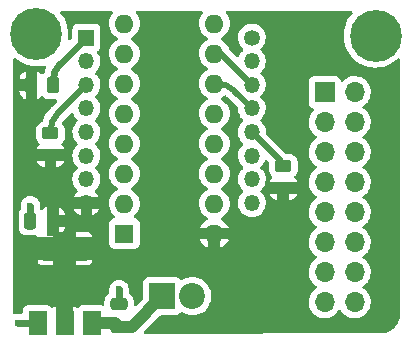
<source format=gtl>
G04 #@! TF.GenerationSoftware,KiCad,Pcbnew,(6.0.10-0)*
G04 #@! TF.CreationDate,2023-01-01T02:05:09-05:00*
G04 #@! TF.ProjectId,8CT-PowerMeter,3843542d-506f-4776-9572-4d657465722e,rev?*
G04 #@! TF.SameCoordinates,Original*
G04 #@! TF.FileFunction,Copper,L1,Top*
G04 #@! TF.FilePolarity,Positive*
%FSLAX46Y46*%
G04 Gerber Fmt 4.6, Leading zero omitted, Abs format (unit mm)*
G04 Created by KiCad (PCBNEW (6.0.10-0)) date 2023-01-01 02:05:09*
%MOMM*%
%LPD*%
G01*
G04 APERTURE LIST*
G04 Aperture macros list*
%AMRoundRect*
0 Rectangle with rounded corners*
0 $1 Rounding radius*
0 $2 $3 $4 $5 $6 $7 $8 $9 X,Y pos of 4 corners*
0 Add a 4 corners polygon primitive as box body*
4,1,4,$2,$3,$4,$5,$6,$7,$8,$9,$2,$3,0*
0 Add four circle primitives for the rounded corners*
1,1,$1+$1,$2,$3*
1,1,$1+$1,$4,$5*
1,1,$1+$1,$6,$7*
1,1,$1+$1,$8,$9*
0 Add four rect primitives between the rounded corners*
20,1,$1+$1,$2,$3,$4,$5,0*
20,1,$1+$1,$4,$5,$6,$7,0*
20,1,$1+$1,$6,$7,$8,$9,0*
20,1,$1+$1,$8,$9,$2,$3,0*%
G04 Aperture macros list end*
G04 #@! TA.AperFunction,SMDPad,CuDef*
%ADD10RoundRect,0.250000X0.250000X0.475000X-0.250000X0.475000X-0.250000X-0.475000X0.250000X-0.475000X0*%
G04 #@! TD*
G04 #@! TA.AperFunction,SMDPad,CuDef*
%ADD11RoundRect,0.250000X-0.262500X-0.450000X0.262500X-0.450000X0.262500X0.450000X-0.262500X0.450000X0*%
G04 #@! TD*
G04 #@! TA.AperFunction,SMDPad,CuDef*
%ADD12RoundRect,0.250000X0.450000X-0.262500X0.450000X0.262500X-0.450000X0.262500X-0.450000X-0.262500X0*%
G04 #@! TD*
G04 #@! TA.AperFunction,SMDPad,CuDef*
%ADD13R,1.500000X2.000000*%
G04 #@! TD*
G04 #@! TA.AperFunction,SMDPad,CuDef*
%ADD14R,3.800000X2.000000*%
G04 #@! TD*
G04 #@! TA.AperFunction,ComponentPad*
%ADD15R,2.200000X2.200000*%
G04 #@! TD*
G04 #@! TA.AperFunction,ComponentPad*
%ADD16C,2.200000*%
G04 #@! TD*
G04 #@! TA.AperFunction,SMDPad,CuDef*
%ADD17RoundRect,0.250000X0.475000X-0.250000X0.475000X0.250000X-0.475000X0.250000X-0.475000X-0.250000X0*%
G04 #@! TD*
G04 #@! TA.AperFunction,ComponentPad*
%ADD18R,1.350000X1.350000*%
G04 #@! TD*
G04 #@! TA.AperFunction,ComponentPad*
%ADD19O,1.350000X1.350000*%
G04 #@! TD*
G04 #@! TA.AperFunction,ComponentPad*
%ADD20C,1.350000*%
G04 #@! TD*
G04 #@! TA.AperFunction,ComponentPad*
%ADD21C,0.700000*%
G04 #@! TD*
G04 #@! TA.AperFunction,ComponentPad*
%ADD22C,4.400000*%
G04 #@! TD*
G04 #@! TA.AperFunction,ComponentPad*
%ADD23R,1.700000X1.700000*%
G04 #@! TD*
G04 #@! TA.AperFunction,ComponentPad*
%ADD24O,1.700000X1.700000*%
G04 #@! TD*
G04 #@! TA.AperFunction,ComponentPad*
%ADD25R,1.600000X1.600000*%
G04 #@! TD*
G04 #@! TA.AperFunction,ComponentPad*
%ADD26O,1.600000X1.600000*%
G04 #@! TD*
G04 #@! TA.AperFunction,ViaPad*
%ADD27C,0.600000*%
G04 #@! TD*
G04 #@! TA.AperFunction,Conductor*
%ADD28C,0.600000*%
G04 #@! TD*
G04 #@! TA.AperFunction,Conductor*
%ADD29C,1.000000*%
G04 #@! TD*
G04 #@! TA.AperFunction,Conductor*
%ADD30C,0.500000*%
G04 #@! TD*
G04 APERTURE END LIST*
D10*
X140200000Y-86300000D03*
X138300000Y-86300000D03*
D11*
X138387500Y-74800000D03*
X140212500Y-74800000D03*
D12*
X159718000Y-83487500D03*
X159718000Y-81662500D03*
X140000000Y-80712500D03*
X140000000Y-78887500D03*
D13*
X138900000Y-94950000D03*
D14*
X141200000Y-88650000D03*
D13*
X141200000Y-94950000D03*
X143500000Y-94950000D03*
D15*
X149474000Y-92672000D03*
D16*
X152014000Y-92672000D03*
D17*
X145800000Y-95250000D03*
X145800000Y-93350000D03*
D18*
X143045000Y-70780000D03*
D19*
X143045000Y-72780000D03*
X143045000Y-74780000D03*
X143045000Y-76780000D03*
X143045000Y-78780000D03*
X143045000Y-80780000D03*
X143045000Y-82780000D03*
X143045000Y-84780000D03*
X157045000Y-84780000D03*
X157045000Y-82780000D03*
X157045000Y-80780000D03*
X157045000Y-78780000D03*
X157045000Y-76780000D03*
X157045000Y-74780000D03*
X157045000Y-72780000D03*
D20*
X157045000Y-70780000D03*
D21*
X168688926Y-71773726D03*
X169172200Y-70607000D03*
X168688926Y-69440274D03*
X167522200Y-72257000D03*
X166355474Y-71773726D03*
X167522200Y-68957000D03*
X165872200Y-70607000D03*
D22*
X167522200Y-70607000D03*
D21*
X166355474Y-69440274D03*
D23*
X163212000Y-75400000D03*
D24*
X165752000Y-75400000D03*
X163212000Y-77940000D03*
X165752000Y-77940000D03*
X163212000Y-80480000D03*
X165752000Y-80480000D03*
X163212000Y-83020000D03*
X165752000Y-83020000D03*
X163212000Y-85560000D03*
X165752000Y-85560000D03*
X163212000Y-88100000D03*
X165752000Y-88100000D03*
X163212000Y-90640000D03*
X165752000Y-90640000D03*
X163212000Y-93180000D03*
X165752000Y-93180000D03*
D21*
X139966726Y-71666726D03*
X140450000Y-70500000D03*
X137633274Y-71666726D03*
X139966726Y-69333274D03*
X137150000Y-70500000D03*
X138800000Y-72150000D03*
X137633274Y-69333274D03*
X138800000Y-68850000D03*
D22*
X138800000Y-70500000D03*
D25*
X146250000Y-87375000D03*
D26*
X146250000Y-84835000D03*
X146250000Y-82295000D03*
X146250000Y-79755000D03*
X146250000Y-77215000D03*
X146250000Y-74675000D03*
X146250000Y-72135000D03*
X146250000Y-69595000D03*
X153870000Y-69595000D03*
X153870000Y-72135000D03*
X153870000Y-74675000D03*
X153870000Y-77215000D03*
X153870000Y-79755000D03*
X153870000Y-82295000D03*
X153870000Y-84835000D03*
X153870000Y-87375000D03*
D27*
X137260000Y-94950000D03*
X145800000Y-92100000D03*
X138300000Y-85000000D03*
D28*
X138900000Y-94950000D02*
X137260000Y-94950000D01*
X138300000Y-85000000D02*
X138300000Y-86300000D01*
X145800000Y-92100000D02*
X145800000Y-93262500D01*
D29*
X143500000Y-94950000D02*
X145500000Y-94950000D01*
X145500000Y-94950000D02*
X145800000Y-95250000D01*
X145800000Y-95250000D02*
X146896000Y-95250000D01*
X146896000Y-95250000D02*
X149474000Y-92672000D01*
D30*
X143045000Y-74780000D02*
X140585786Y-77239214D01*
X140585772Y-77239200D02*
G75*
G03*
X140000000Y-78653427I1414228J-1414200D01*
G01*
D28*
X143045000Y-70780000D02*
X140798286Y-73026714D01*
X140798272Y-73026700D02*
G75*
G03*
X140212500Y-74440927I1414228J-1414200D01*
G01*
D30*
X159507000Y-81242000D02*
X157045000Y-78780000D01*
X155525787Y-75260787D02*
X157045000Y-76780000D01*
X154111573Y-74675020D02*
G75*
G02*
X155525786Y-75260788I27J-1999980D01*
G01*
X154400000Y-72135000D02*
X157045000Y-74780000D01*
G04 #@! TA.AperFunction,Conductor*
G36*
X145207743Y-91548314D02*
G01*
X145169493Y-91585771D01*
X145071235Y-91738238D01*
X145068826Y-91744858D01*
X145068824Y-91744861D01*
X145036434Y-91833853D01*
X145009197Y-91908685D01*
X144986463Y-92088640D01*
X144987151Y-92095653D01*
X144990899Y-92133882D01*
X144991500Y-92146177D01*
X144991500Y-92344160D01*
X144971498Y-92412281D01*
X144931803Y-92451304D01*
X144850652Y-92501522D01*
X144725695Y-92626697D01*
X144632885Y-92777262D01*
X144577203Y-92945139D01*
X144566500Y-93049600D01*
X144566500Y-93343752D01*
X144546498Y-93411873D01*
X144492842Y-93458366D01*
X144422568Y-93468470D01*
X144396276Y-93461736D01*
X144360316Y-93448255D01*
X144298134Y-93441500D01*
X142701866Y-93441500D01*
X142639684Y-93448255D01*
X142503295Y-93499385D01*
X142386739Y-93586739D01*
X142372926Y-93605170D01*
X142316067Y-93647683D01*
X142245248Y-93652708D01*
X142198037Y-93631537D01*
X142179209Y-93617857D01*
X142083982Y-93569336D01*
X142065355Y-93563284D01*
X141986373Y-93550775D01*
X141976527Y-93550000D01*
X141918115Y-93550000D01*
X141902876Y-93554475D01*
X141901671Y-93555865D01*
X141900000Y-93563548D01*
X141900000Y-94341345D01*
X140500000Y-94596900D01*
X140500000Y-93568116D01*
X140495525Y-93552877D01*
X140494135Y-93551672D01*
X140486452Y-93550001D01*
X140423475Y-93550001D01*
X140413626Y-93550776D01*
X140334649Y-93563283D01*
X140316014Y-93569338D01*
X140220791Y-93617857D01*
X140201963Y-93631537D01*
X140135096Y-93655397D01*
X140065944Y-93639319D01*
X140027075Y-93605170D01*
X140013261Y-93586739D01*
X139896705Y-93499385D01*
X139760316Y-93448255D01*
X139698134Y-93441500D01*
X138101866Y-93441500D01*
X138039684Y-93448255D01*
X137903295Y-93499385D01*
X137786739Y-93586739D01*
X137699385Y-93703295D01*
X137648255Y-93839684D01*
X137641500Y-93901866D01*
X137641500Y-94015500D01*
X137621498Y-94083621D01*
X137567842Y-94130114D01*
X137515500Y-94141500D01*
X137315905Y-94141500D01*
X137300986Y-94140614D01*
X137300000Y-94140496D01*
X137300000Y-90542932D01*
X139700000Y-90542932D01*
X145207743Y-91548314D01*
G37*
G04 #@! TD.AperFunction*
G04 #@! TA.AperFunction,Conductor*
G36*
X143120386Y-68514144D02*
G01*
X145173913Y-68516548D01*
X145242009Y-68536630D01*
X145288439Y-68590340D01*
X145298460Y-68660626D01*
X145268892Y-68725172D01*
X145262859Y-68731643D01*
X145243802Y-68750700D01*
X145240645Y-68755208D01*
X145240643Y-68755211D01*
X145213261Y-68794317D01*
X145112477Y-68938251D01*
X145110154Y-68943233D01*
X145110151Y-68943238D01*
X145032927Y-69108848D01*
X145015716Y-69145757D01*
X144956457Y-69366913D01*
X144936502Y-69595000D01*
X144956457Y-69823087D01*
X144957881Y-69828400D01*
X144957881Y-69828402D01*
X145004542Y-70002540D01*
X145015716Y-70044243D01*
X145018039Y-70049224D01*
X145018039Y-70049225D01*
X145110151Y-70246762D01*
X145110154Y-70246767D01*
X145112477Y-70251749D01*
X145243802Y-70439300D01*
X145405700Y-70601198D01*
X145410208Y-70604355D01*
X145410211Y-70604357D01*
X145488389Y-70659098D01*
X145593251Y-70732523D01*
X145598233Y-70734846D01*
X145598238Y-70734849D01*
X145632457Y-70750805D01*
X145685742Y-70797722D01*
X145705203Y-70865999D01*
X145684661Y-70933959D01*
X145632457Y-70979195D01*
X145598238Y-70995151D01*
X145598233Y-70995154D01*
X145593251Y-70997477D01*
X145507578Y-71057466D01*
X145410211Y-71125643D01*
X145410208Y-71125645D01*
X145405700Y-71128802D01*
X145243802Y-71290700D01*
X145112477Y-71478251D01*
X145110154Y-71483233D01*
X145110151Y-71483238D01*
X145018039Y-71680775D01*
X145015716Y-71685757D01*
X145014294Y-71691065D01*
X145014293Y-71691067D01*
X144957881Y-71901598D01*
X144956457Y-71906913D01*
X144936502Y-72135000D01*
X144956457Y-72363087D01*
X144957881Y-72368400D01*
X144957881Y-72368402D01*
X145006337Y-72549239D01*
X145015716Y-72584243D01*
X145018039Y-72589224D01*
X145018039Y-72589225D01*
X145110151Y-72786762D01*
X145110154Y-72786767D01*
X145112477Y-72791749D01*
X145243802Y-72979300D01*
X145405700Y-73141198D01*
X145410208Y-73144355D01*
X145410211Y-73144357D01*
X145467707Y-73184616D01*
X145593251Y-73272523D01*
X145598233Y-73274846D01*
X145598238Y-73274849D01*
X145632457Y-73290805D01*
X145685742Y-73337722D01*
X145705203Y-73405999D01*
X145684661Y-73473959D01*
X145632457Y-73519195D01*
X145598238Y-73535151D01*
X145598233Y-73535154D01*
X145593251Y-73537477D01*
X145546641Y-73570114D01*
X145410211Y-73665643D01*
X145410208Y-73665645D01*
X145405700Y-73668802D01*
X145243802Y-73830700D01*
X145240645Y-73835208D01*
X145240643Y-73835211D01*
X145218007Y-73867539D01*
X145112477Y-74018251D01*
X145110154Y-74023233D01*
X145110151Y-74023238D01*
X145032991Y-74188710D01*
X145015716Y-74225757D01*
X145014294Y-74231065D01*
X145014293Y-74231067D01*
X144958394Y-74439684D01*
X144956457Y-74446913D01*
X144936502Y-74675000D01*
X144956457Y-74903087D01*
X144957881Y-74908400D01*
X144957881Y-74908402D01*
X144973240Y-74965720D01*
X145015716Y-75124243D01*
X145018039Y-75129224D01*
X145018039Y-75129225D01*
X145110151Y-75326762D01*
X145110154Y-75326767D01*
X145112477Y-75331749D01*
X145243802Y-75519300D01*
X145405700Y-75681198D01*
X145410208Y-75684355D01*
X145410211Y-75684357D01*
X145457983Y-75717807D01*
X145593251Y-75812523D01*
X145598233Y-75814846D01*
X145598238Y-75814849D01*
X145632457Y-75830805D01*
X145685742Y-75877722D01*
X145705203Y-75945999D01*
X145684661Y-76013959D01*
X145632457Y-76059195D01*
X145598238Y-76075151D01*
X145598233Y-76075154D01*
X145593251Y-76077477D01*
X145488389Y-76150902D01*
X145410211Y-76205643D01*
X145410208Y-76205645D01*
X145405700Y-76208802D01*
X145243802Y-76370700D01*
X145240645Y-76375208D01*
X145240643Y-76375211D01*
X145197008Y-76437529D01*
X145112477Y-76558251D01*
X145110154Y-76563233D01*
X145110151Y-76563238D01*
X145019100Y-76758500D01*
X145015716Y-76765757D01*
X145014294Y-76771065D01*
X145014293Y-76771067D01*
X144960578Y-76971534D01*
X144956457Y-76986913D01*
X144936502Y-77215000D01*
X144956457Y-77443087D01*
X144957881Y-77448400D01*
X144957881Y-77448402D01*
X145004970Y-77624137D01*
X145015716Y-77664243D01*
X145018039Y-77669224D01*
X145018039Y-77669225D01*
X145110151Y-77866762D01*
X145110154Y-77866767D01*
X145112477Y-77871749D01*
X145158378Y-77937302D01*
X145220851Y-78026522D01*
X145243802Y-78059300D01*
X145405700Y-78221198D01*
X145410208Y-78224355D01*
X145410211Y-78224357D01*
X145488389Y-78279098D01*
X145593251Y-78352523D01*
X145598233Y-78354846D01*
X145598238Y-78354849D01*
X145632457Y-78370805D01*
X145685742Y-78417722D01*
X145705203Y-78485999D01*
X145684661Y-78553959D01*
X145632457Y-78599195D01*
X145598238Y-78615151D01*
X145598233Y-78615154D01*
X145593251Y-78617477D01*
X145488389Y-78690902D01*
X145410211Y-78745643D01*
X145410208Y-78745645D01*
X145405700Y-78748802D01*
X145243802Y-78910700D01*
X145240645Y-78915208D01*
X145240643Y-78915211D01*
X145229440Y-78931211D01*
X145112477Y-79098251D01*
X145110154Y-79103233D01*
X145110151Y-79103238D01*
X145024617Y-79286669D01*
X145015716Y-79305757D01*
X145014294Y-79311065D01*
X145014293Y-79311067D01*
X144957881Y-79521598D01*
X144956457Y-79526913D01*
X144936502Y-79755000D01*
X144956457Y-79983087D01*
X144957881Y-79988400D01*
X144957881Y-79988402D01*
X144973240Y-80045720D01*
X145015716Y-80204243D01*
X145018039Y-80209224D01*
X145018039Y-80209225D01*
X145110151Y-80406762D01*
X145110154Y-80406767D01*
X145112477Y-80411749D01*
X145160267Y-80480000D01*
X145222696Y-80569157D01*
X145243802Y-80599300D01*
X145405700Y-80761198D01*
X145410208Y-80764355D01*
X145410211Y-80764357D01*
X145456622Y-80796854D01*
X145593251Y-80892523D01*
X145598233Y-80894846D01*
X145598238Y-80894849D01*
X145632457Y-80910805D01*
X145685742Y-80957722D01*
X145705203Y-81025999D01*
X145684661Y-81093959D01*
X145632457Y-81139195D01*
X145598238Y-81155151D01*
X145598233Y-81155154D01*
X145593251Y-81157477D01*
X145512284Y-81214171D01*
X145410211Y-81285643D01*
X145410208Y-81285645D01*
X145405700Y-81288802D01*
X145243802Y-81450700D01*
X145240645Y-81455208D01*
X145240643Y-81455211D01*
X145238929Y-81457659D01*
X145112477Y-81638251D01*
X145110154Y-81643233D01*
X145110151Y-81643238D01*
X145028460Y-81818427D01*
X145015716Y-81845757D01*
X145014294Y-81851065D01*
X145014293Y-81851067D01*
X144957881Y-82061598D01*
X144956457Y-82066913D01*
X144936502Y-82295000D01*
X144956457Y-82523087D01*
X144957881Y-82528400D01*
X144957881Y-82528402D01*
X144994368Y-82664570D01*
X145015716Y-82744243D01*
X145018039Y-82749224D01*
X145018039Y-82749225D01*
X145110151Y-82946762D01*
X145110154Y-82946767D01*
X145112477Y-82951749D01*
X145243802Y-83139300D01*
X145405700Y-83301198D01*
X145410208Y-83304355D01*
X145410211Y-83304357D01*
X145488389Y-83359098D01*
X145593251Y-83432523D01*
X145598233Y-83434846D01*
X145598238Y-83434849D01*
X145632457Y-83450805D01*
X145685742Y-83497722D01*
X145705203Y-83565999D01*
X145684661Y-83633959D01*
X145632457Y-83679195D01*
X145598238Y-83695151D01*
X145598233Y-83695154D01*
X145593251Y-83697477D01*
X145512597Y-83753952D01*
X145410211Y-83825643D01*
X145410208Y-83825645D01*
X145405700Y-83828802D01*
X145243802Y-83990700D01*
X145240645Y-83995208D01*
X145240643Y-83995211D01*
X145238481Y-83998299D01*
X145112477Y-84178251D01*
X145110154Y-84183233D01*
X145110151Y-84183238D01*
X145031486Y-84351937D01*
X145015716Y-84385757D01*
X145014294Y-84391065D01*
X145014293Y-84391067D01*
X144966574Y-84569157D01*
X144956457Y-84606913D01*
X144936502Y-84835000D01*
X144956457Y-85063087D01*
X144957881Y-85068400D01*
X144957881Y-85068402D01*
X144999105Y-85222249D01*
X145015716Y-85284243D01*
X145018039Y-85289224D01*
X145018039Y-85289225D01*
X145110151Y-85486762D01*
X145110154Y-85486767D01*
X145112477Y-85491749D01*
X145160267Y-85560000D01*
X145236474Y-85668834D01*
X145243802Y-85679300D01*
X145405700Y-85841198D01*
X145410211Y-85844357D01*
X145414424Y-85847892D01*
X145413473Y-85849026D01*
X145453471Y-85899071D01*
X145460776Y-85969690D01*
X145428742Y-86033049D01*
X145367538Y-86069030D01*
X145350483Y-86072082D01*
X145339684Y-86073255D01*
X145203295Y-86124385D01*
X145086739Y-86211739D01*
X144999385Y-86328295D01*
X144948255Y-86464684D01*
X144941500Y-86526866D01*
X144941500Y-88223134D01*
X144948255Y-88285316D01*
X144999385Y-88421705D01*
X145086739Y-88538261D01*
X145203295Y-88625615D01*
X145339684Y-88676745D01*
X145401866Y-88683500D01*
X147098134Y-88683500D01*
X147160316Y-88676745D01*
X147296705Y-88625615D01*
X147413261Y-88538261D01*
X147500615Y-88421705D01*
X147551745Y-88285316D01*
X147558500Y-88223134D01*
X147558500Y-87883450D01*
X152663877Y-87883450D01*
X152730586Y-88026511D01*
X152736069Y-88036007D01*
X152861028Y-88214467D01*
X152868084Y-88222875D01*
X153022125Y-88376916D01*
X153030533Y-88383972D01*
X153208993Y-88508931D01*
X153218489Y-88514414D01*
X153353583Y-88577409D01*
X153367523Y-88579526D01*
X153370000Y-88575738D01*
X153370000Y-88566949D01*
X154370000Y-88566949D01*
X154373973Y-88580480D01*
X154378450Y-88581123D01*
X154521511Y-88514414D01*
X154531007Y-88508931D01*
X154709467Y-88383972D01*
X154717875Y-88376916D01*
X154871916Y-88222875D01*
X154878972Y-88214467D01*
X155003931Y-88036007D01*
X155009414Y-88026511D01*
X155072409Y-87891417D01*
X155074526Y-87877477D01*
X155070738Y-87875000D01*
X154388115Y-87875000D01*
X154372876Y-87879475D01*
X154371671Y-87880865D01*
X154370000Y-87888548D01*
X154370000Y-88566949D01*
X153370000Y-88566949D01*
X153370000Y-87893115D01*
X153365525Y-87877876D01*
X153364135Y-87876671D01*
X153356452Y-87875000D01*
X152678051Y-87875000D01*
X152664520Y-87878973D01*
X152663877Y-87883450D01*
X147558500Y-87883450D01*
X147558500Y-86526866D01*
X147551745Y-86464684D01*
X147500615Y-86328295D01*
X147413261Y-86211739D01*
X147296705Y-86124385D01*
X147160316Y-86073255D01*
X147149526Y-86072083D01*
X147147394Y-86071197D01*
X147144778Y-86070575D01*
X147144879Y-86070152D01*
X147083965Y-86044845D01*
X147043537Y-85986483D01*
X147041078Y-85915529D01*
X147077371Y-85854510D01*
X147086031Y-85847511D01*
X147089793Y-85844354D01*
X147094300Y-85841198D01*
X147256198Y-85679300D01*
X147263527Y-85668834D01*
X147339733Y-85560000D01*
X147387523Y-85491749D01*
X147389846Y-85486767D01*
X147389849Y-85486762D01*
X147481961Y-85289225D01*
X147481961Y-85289224D01*
X147484284Y-85284243D01*
X147500896Y-85222249D01*
X147542119Y-85068402D01*
X147542119Y-85068400D01*
X147543543Y-85063087D01*
X147563498Y-84835000D01*
X147543543Y-84606913D01*
X147533426Y-84569157D01*
X147485707Y-84391067D01*
X147485706Y-84391065D01*
X147484284Y-84385757D01*
X147468514Y-84351937D01*
X147389849Y-84183238D01*
X147389846Y-84183233D01*
X147387523Y-84178251D01*
X147261519Y-83998299D01*
X147259357Y-83995211D01*
X147259355Y-83995208D01*
X147256198Y-83990700D01*
X147094300Y-83828802D01*
X147089792Y-83825645D01*
X147089789Y-83825643D01*
X146987403Y-83753952D01*
X146906749Y-83697477D01*
X146901767Y-83695154D01*
X146901762Y-83695151D01*
X146867543Y-83679195D01*
X146814258Y-83632278D01*
X146794797Y-83564001D01*
X146815339Y-83496041D01*
X146867543Y-83450805D01*
X146901762Y-83434849D01*
X146901767Y-83434846D01*
X146906749Y-83432523D01*
X147011611Y-83359098D01*
X147089789Y-83304357D01*
X147089792Y-83304355D01*
X147094300Y-83301198D01*
X147256198Y-83139300D01*
X147387523Y-82951749D01*
X147389846Y-82946767D01*
X147389849Y-82946762D01*
X147481961Y-82749225D01*
X147481961Y-82749224D01*
X147484284Y-82744243D01*
X147505633Y-82664570D01*
X147542119Y-82528402D01*
X147542119Y-82528400D01*
X147543543Y-82523087D01*
X147563498Y-82295000D01*
X147543543Y-82066913D01*
X147542119Y-82061598D01*
X147485707Y-81851067D01*
X147485706Y-81851065D01*
X147484284Y-81845757D01*
X147471540Y-81818427D01*
X147389849Y-81643238D01*
X147389846Y-81643233D01*
X147387523Y-81638251D01*
X147261071Y-81457659D01*
X147259357Y-81455211D01*
X147259355Y-81455208D01*
X147256198Y-81450700D01*
X147094300Y-81288802D01*
X147089792Y-81285645D01*
X147089789Y-81285643D01*
X146987716Y-81214171D01*
X146906749Y-81157477D01*
X146901767Y-81155154D01*
X146901762Y-81155151D01*
X146867543Y-81139195D01*
X146814258Y-81092278D01*
X146794797Y-81024001D01*
X146815339Y-80956041D01*
X146867543Y-80910805D01*
X146901762Y-80894849D01*
X146901767Y-80894846D01*
X146906749Y-80892523D01*
X147043378Y-80796854D01*
X147089789Y-80764357D01*
X147089792Y-80764355D01*
X147094300Y-80761198D01*
X147256198Y-80599300D01*
X147277305Y-80569157D01*
X147339733Y-80480000D01*
X147387523Y-80411749D01*
X147389846Y-80406767D01*
X147389849Y-80406762D01*
X147481961Y-80209225D01*
X147481961Y-80209224D01*
X147484284Y-80204243D01*
X147526761Y-80045720D01*
X147542119Y-79988402D01*
X147542119Y-79988400D01*
X147543543Y-79983087D01*
X147563498Y-79755000D01*
X147543543Y-79526913D01*
X147542119Y-79521598D01*
X147485707Y-79311067D01*
X147485706Y-79311065D01*
X147484284Y-79305757D01*
X147475383Y-79286669D01*
X147389849Y-79103238D01*
X147389846Y-79103233D01*
X147387523Y-79098251D01*
X147270560Y-78931211D01*
X147259357Y-78915211D01*
X147259355Y-78915208D01*
X147256198Y-78910700D01*
X147094300Y-78748802D01*
X147089792Y-78745645D01*
X147089789Y-78745643D01*
X147011611Y-78690902D01*
X146906749Y-78617477D01*
X146901767Y-78615154D01*
X146901762Y-78615151D01*
X146867543Y-78599195D01*
X146814258Y-78552278D01*
X146794797Y-78484001D01*
X146815339Y-78416041D01*
X146867543Y-78370805D01*
X146901762Y-78354849D01*
X146901767Y-78354846D01*
X146906749Y-78352523D01*
X147011611Y-78279098D01*
X147089789Y-78224357D01*
X147089792Y-78224355D01*
X147094300Y-78221198D01*
X147256198Y-78059300D01*
X147279150Y-78026522D01*
X147341622Y-77937302D01*
X147387523Y-77871749D01*
X147389846Y-77866767D01*
X147389849Y-77866762D01*
X147481961Y-77669225D01*
X147481961Y-77669224D01*
X147484284Y-77664243D01*
X147495031Y-77624137D01*
X147542119Y-77448402D01*
X147542119Y-77448400D01*
X147543543Y-77443087D01*
X147563498Y-77215000D01*
X147543543Y-76986913D01*
X147539422Y-76971534D01*
X147485707Y-76771067D01*
X147485706Y-76771065D01*
X147484284Y-76765757D01*
X147480900Y-76758500D01*
X147389849Y-76563238D01*
X147389846Y-76563233D01*
X147387523Y-76558251D01*
X147302992Y-76437529D01*
X147259357Y-76375211D01*
X147259355Y-76375208D01*
X147256198Y-76370700D01*
X147094300Y-76208802D01*
X147089792Y-76205645D01*
X147089789Y-76205643D01*
X147011611Y-76150902D01*
X146906749Y-76077477D01*
X146901767Y-76075154D01*
X146901762Y-76075151D01*
X146867543Y-76059195D01*
X146814258Y-76012278D01*
X146794797Y-75944001D01*
X146815339Y-75876041D01*
X146867543Y-75830805D01*
X146901762Y-75814849D01*
X146901767Y-75814846D01*
X146906749Y-75812523D01*
X147042017Y-75717807D01*
X147089789Y-75684357D01*
X147089792Y-75684355D01*
X147094300Y-75681198D01*
X147256198Y-75519300D01*
X147387523Y-75331749D01*
X147389846Y-75326767D01*
X147389849Y-75326762D01*
X147481961Y-75129225D01*
X147481961Y-75129224D01*
X147484284Y-75124243D01*
X147526761Y-74965720D01*
X147542119Y-74908402D01*
X147542119Y-74908400D01*
X147543543Y-74903087D01*
X147563498Y-74675000D01*
X147543543Y-74446913D01*
X147541606Y-74439684D01*
X147485707Y-74231067D01*
X147485706Y-74231065D01*
X147484284Y-74225757D01*
X147467009Y-74188710D01*
X147389849Y-74023238D01*
X147389846Y-74023233D01*
X147387523Y-74018251D01*
X147281993Y-73867539D01*
X147259357Y-73835211D01*
X147259355Y-73835208D01*
X147256198Y-73830700D01*
X147094300Y-73668802D01*
X147089792Y-73665645D01*
X147089789Y-73665643D01*
X146953359Y-73570114D01*
X146906749Y-73537477D01*
X146901767Y-73535154D01*
X146901762Y-73535151D01*
X146867543Y-73519195D01*
X146814258Y-73472278D01*
X146794797Y-73404001D01*
X146815339Y-73336041D01*
X146867543Y-73290805D01*
X146901762Y-73274849D01*
X146901767Y-73274846D01*
X146906749Y-73272523D01*
X147032293Y-73184616D01*
X147089789Y-73144357D01*
X147089792Y-73144355D01*
X147094300Y-73141198D01*
X147256198Y-72979300D01*
X147387523Y-72791749D01*
X147389846Y-72786767D01*
X147389849Y-72786762D01*
X147481961Y-72589225D01*
X147481961Y-72589224D01*
X147484284Y-72584243D01*
X147493664Y-72549239D01*
X147542119Y-72368402D01*
X147542119Y-72368400D01*
X147543543Y-72363087D01*
X147563498Y-72135000D01*
X147543543Y-71906913D01*
X147542119Y-71901598D01*
X147485707Y-71691067D01*
X147485706Y-71691065D01*
X147484284Y-71685757D01*
X147481961Y-71680775D01*
X147389849Y-71483238D01*
X147389846Y-71483233D01*
X147387523Y-71478251D01*
X147256198Y-71290700D01*
X147094300Y-71128802D01*
X147089792Y-71125645D01*
X147089789Y-71125643D01*
X146992422Y-71057466D01*
X146906749Y-70997477D01*
X146901767Y-70995154D01*
X146901762Y-70995151D01*
X146867543Y-70979195D01*
X146814258Y-70932278D01*
X146794797Y-70864001D01*
X146815339Y-70796041D01*
X146867543Y-70750805D01*
X146901762Y-70734849D01*
X146901767Y-70734846D01*
X146906749Y-70732523D01*
X147011611Y-70659098D01*
X147089789Y-70604357D01*
X147089792Y-70604355D01*
X147094300Y-70601198D01*
X147256198Y-70439300D01*
X147387523Y-70251749D01*
X147389846Y-70246767D01*
X147389849Y-70246762D01*
X147481961Y-70049225D01*
X147481961Y-70049224D01*
X147484284Y-70044243D01*
X147495459Y-70002540D01*
X147542119Y-69828402D01*
X147542119Y-69828400D01*
X147543543Y-69823087D01*
X147563498Y-69595000D01*
X147543543Y-69366913D01*
X147484284Y-69145757D01*
X147467073Y-69108848D01*
X147389849Y-68943238D01*
X147389846Y-68943233D01*
X147387523Y-68938251D01*
X147286739Y-68794317D01*
X147259357Y-68755211D01*
X147259355Y-68755208D01*
X147256198Y-68750700D01*
X147239665Y-68734167D01*
X147205639Y-68671855D01*
X147210704Y-68601040D01*
X147253251Y-68544204D01*
X147319771Y-68519393D01*
X147328908Y-68519072D01*
X152785000Y-68525460D01*
X152853097Y-68545542D01*
X152899527Y-68599252D01*
X152909548Y-68669538D01*
X152879980Y-68734084D01*
X152873947Y-68740555D01*
X152863802Y-68750700D01*
X152860645Y-68755208D01*
X152860643Y-68755211D01*
X152833261Y-68794317D01*
X152732477Y-68938251D01*
X152730154Y-68943233D01*
X152730151Y-68943238D01*
X152652927Y-69108848D01*
X152635716Y-69145757D01*
X152576457Y-69366913D01*
X152556502Y-69595000D01*
X152576457Y-69823087D01*
X152577881Y-69828400D01*
X152577881Y-69828402D01*
X152624542Y-70002540D01*
X152635716Y-70044243D01*
X152638039Y-70049224D01*
X152638039Y-70049225D01*
X152730151Y-70246762D01*
X152730154Y-70246767D01*
X152732477Y-70251749D01*
X152863802Y-70439300D01*
X153025700Y-70601198D01*
X153030208Y-70604355D01*
X153030211Y-70604357D01*
X153108389Y-70659098D01*
X153213251Y-70732523D01*
X153218233Y-70734846D01*
X153218238Y-70734849D01*
X153252457Y-70750805D01*
X153305742Y-70797722D01*
X153325203Y-70865999D01*
X153304661Y-70933959D01*
X153252457Y-70979195D01*
X153218238Y-70995151D01*
X153218233Y-70995154D01*
X153213251Y-70997477D01*
X153127578Y-71057466D01*
X153030211Y-71125643D01*
X153030208Y-71125645D01*
X153025700Y-71128802D01*
X152863802Y-71290700D01*
X152732477Y-71478251D01*
X152730154Y-71483233D01*
X152730151Y-71483238D01*
X152638039Y-71680775D01*
X152635716Y-71685757D01*
X152634294Y-71691065D01*
X152634293Y-71691067D01*
X152577881Y-71901598D01*
X152576457Y-71906913D01*
X152556502Y-72135000D01*
X152576457Y-72363087D01*
X152577881Y-72368400D01*
X152577881Y-72368402D01*
X152626337Y-72549239D01*
X152635716Y-72584243D01*
X152638039Y-72589224D01*
X152638039Y-72589225D01*
X152730151Y-72786762D01*
X152730154Y-72786767D01*
X152732477Y-72791749D01*
X152863802Y-72979300D01*
X153025700Y-73141198D01*
X153030208Y-73144355D01*
X153030211Y-73144357D01*
X153087707Y-73184616D01*
X153213251Y-73272523D01*
X153218233Y-73274846D01*
X153218238Y-73274849D01*
X153252457Y-73290805D01*
X153305742Y-73337722D01*
X153325203Y-73405999D01*
X153304661Y-73473959D01*
X153252457Y-73519195D01*
X153218238Y-73535151D01*
X153218233Y-73535154D01*
X153213251Y-73537477D01*
X153166641Y-73570114D01*
X153030211Y-73665643D01*
X153030208Y-73665645D01*
X153025700Y-73668802D01*
X152863802Y-73830700D01*
X152860645Y-73835208D01*
X152860643Y-73835211D01*
X152838007Y-73867539D01*
X152732477Y-74018251D01*
X152730154Y-74023233D01*
X152730151Y-74023238D01*
X152652991Y-74188710D01*
X152635716Y-74225757D01*
X152634294Y-74231065D01*
X152634293Y-74231067D01*
X152578394Y-74439684D01*
X152576457Y-74446913D01*
X152556502Y-74675000D01*
X152576457Y-74903087D01*
X152577881Y-74908400D01*
X152577881Y-74908402D01*
X152593240Y-74965720D01*
X152635716Y-75124243D01*
X152638039Y-75129224D01*
X152638039Y-75129225D01*
X152730151Y-75326762D01*
X152730154Y-75326767D01*
X152732477Y-75331749D01*
X152863802Y-75519300D01*
X153025700Y-75681198D01*
X153030208Y-75684355D01*
X153030211Y-75684357D01*
X153077983Y-75717807D01*
X153213251Y-75812523D01*
X153218233Y-75814846D01*
X153218238Y-75814849D01*
X153252457Y-75830805D01*
X153305742Y-75877722D01*
X153325203Y-75945999D01*
X153304661Y-76013959D01*
X153252457Y-76059195D01*
X153218238Y-76075151D01*
X153218233Y-76075154D01*
X153213251Y-76077477D01*
X153108389Y-76150902D01*
X153030211Y-76205643D01*
X153030208Y-76205645D01*
X153025700Y-76208802D01*
X152863802Y-76370700D01*
X152860645Y-76375208D01*
X152860643Y-76375211D01*
X152817008Y-76437529D01*
X152732477Y-76558251D01*
X152730154Y-76563233D01*
X152730151Y-76563238D01*
X152639100Y-76758500D01*
X152635716Y-76765757D01*
X152634294Y-76771065D01*
X152634293Y-76771067D01*
X152580578Y-76971534D01*
X152576457Y-76986913D01*
X152556502Y-77215000D01*
X152576457Y-77443087D01*
X152577881Y-77448400D01*
X152577881Y-77448402D01*
X152624970Y-77624137D01*
X152635716Y-77664243D01*
X152638039Y-77669224D01*
X152638039Y-77669225D01*
X152730151Y-77866762D01*
X152730154Y-77866767D01*
X152732477Y-77871749D01*
X152778378Y-77937302D01*
X152840851Y-78026522D01*
X152863802Y-78059300D01*
X153025700Y-78221198D01*
X153030208Y-78224355D01*
X153030211Y-78224357D01*
X153108389Y-78279098D01*
X153213251Y-78352523D01*
X153218233Y-78354846D01*
X153218238Y-78354849D01*
X153252457Y-78370805D01*
X153305742Y-78417722D01*
X153325203Y-78485999D01*
X153304661Y-78553959D01*
X153252457Y-78599195D01*
X153218238Y-78615151D01*
X153218233Y-78615154D01*
X153213251Y-78617477D01*
X153108389Y-78690902D01*
X153030211Y-78745643D01*
X153030208Y-78745645D01*
X153025700Y-78748802D01*
X152863802Y-78910700D01*
X152860645Y-78915208D01*
X152860643Y-78915211D01*
X152849440Y-78931211D01*
X152732477Y-79098251D01*
X152730154Y-79103233D01*
X152730151Y-79103238D01*
X152644617Y-79286669D01*
X152635716Y-79305757D01*
X152634294Y-79311065D01*
X152634293Y-79311067D01*
X152577881Y-79521598D01*
X152576457Y-79526913D01*
X152556502Y-79755000D01*
X152576457Y-79983087D01*
X152577881Y-79988400D01*
X152577881Y-79988402D01*
X152593240Y-80045720D01*
X152635716Y-80204243D01*
X152638039Y-80209224D01*
X152638039Y-80209225D01*
X152730151Y-80406762D01*
X152730154Y-80406767D01*
X152732477Y-80411749D01*
X152780267Y-80480000D01*
X152842696Y-80569157D01*
X152863802Y-80599300D01*
X153025700Y-80761198D01*
X153030208Y-80764355D01*
X153030211Y-80764357D01*
X153076622Y-80796854D01*
X153213251Y-80892523D01*
X153218233Y-80894846D01*
X153218238Y-80894849D01*
X153252457Y-80910805D01*
X153305742Y-80957722D01*
X153325203Y-81025999D01*
X153304661Y-81093959D01*
X153252457Y-81139195D01*
X153218238Y-81155151D01*
X153218233Y-81155154D01*
X153213251Y-81157477D01*
X153132284Y-81214171D01*
X153030211Y-81285643D01*
X153030208Y-81285645D01*
X153025700Y-81288802D01*
X152863802Y-81450700D01*
X152860645Y-81455208D01*
X152860643Y-81455211D01*
X152858929Y-81457659D01*
X152732477Y-81638251D01*
X152730154Y-81643233D01*
X152730151Y-81643238D01*
X152648460Y-81818427D01*
X152635716Y-81845757D01*
X152634294Y-81851065D01*
X152634293Y-81851067D01*
X152577881Y-82061598D01*
X152576457Y-82066913D01*
X152556502Y-82295000D01*
X152576457Y-82523087D01*
X152577881Y-82528400D01*
X152577881Y-82528402D01*
X152614368Y-82664570D01*
X152635716Y-82744243D01*
X152638039Y-82749224D01*
X152638039Y-82749225D01*
X152730151Y-82946762D01*
X152730154Y-82946767D01*
X152732477Y-82951749D01*
X152863802Y-83139300D01*
X153025700Y-83301198D01*
X153030208Y-83304355D01*
X153030211Y-83304357D01*
X153108389Y-83359098D01*
X153213251Y-83432523D01*
X153218233Y-83434846D01*
X153218238Y-83434849D01*
X153252457Y-83450805D01*
X153305742Y-83497722D01*
X153325203Y-83565999D01*
X153304661Y-83633959D01*
X153252457Y-83679195D01*
X153218238Y-83695151D01*
X153218233Y-83695154D01*
X153213251Y-83697477D01*
X153132597Y-83753952D01*
X153030211Y-83825643D01*
X153030208Y-83825645D01*
X153025700Y-83828802D01*
X152863802Y-83990700D01*
X152860645Y-83995208D01*
X152860643Y-83995211D01*
X152858481Y-83998299D01*
X152732477Y-84178251D01*
X152730154Y-84183233D01*
X152730151Y-84183238D01*
X152651486Y-84351937D01*
X152635716Y-84385757D01*
X152634294Y-84391065D01*
X152634293Y-84391067D01*
X152586574Y-84569157D01*
X152576457Y-84606913D01*
X152556502Y-84835000D01*
X152576457Y-85063087D01*
X152577881Y-85068400D01*
X152577881Y-85068402D01*
X152619105Y-85222249D01*
X152635716Y-85284243D01*
X152638039Y-85289224D01*
X152638039Y-85289225D01*
X152730151Y-85486762D01*
X152730154Y-85486767D01*
X152732477Y-85491749D01*
X152780267Y-85560000D01*
X152856474Y-85668834D01*
X152863802Y-85679300D01*
X153025700Y-85841198D01*
X153030208Y-85844355D01*
X153030211Y-85844357D01*
X153063507Y-85867671D01*
X153213251Y-85972523D01*
X153218233Y-85974846D01*
X153218238Y-85974849D01*
X153253049Y-85991081D01*
X153306334Y-86037998D01*
X153325795Y-86106275D01*
X153305253Y-86174235D01*
X153253049Y-86219471D01*
X153218489Y-86235586D01*
X153208993Y-86241069D01*
X153030533Y-86366028D01*
X153022125Y-86373084D01*
X152868084Y-86527125D01*
X152861028Y-86535533D01*
X152736069Y-86713993D01*
X152730586Y-86723489D01*
X152667591Y-86858583D01*
X152665474Y-86872523D01*
X152669262Y-86875000D01*
X155061949Y-86875000D01*
X155075480Y-86871027D01*
X155076123Y-86866550D01*
X155009414Y-86723489D01*
X155003931Y-86713993D01*
X154878972Y-86535533D01*
X154871916Y-86527125D01*
X154717875Y-86373084D01*
X154709467Y-86366028D01*
X154531007Y-86241069D01*
X154521511Y-86235586D01*
X154486951Y-86219471D01*
X154433666Y-86172554D01*
X154414205Y-86104277D01*
X154434747Y-86036317D01*
X154486951Y-85991081D01*
X154521762Y-85974849D01*
X154521767Y-85974846D01*
X154526749Y-85972523D01*
X154676493Y-85867671D01*
X154709789Y-85844357D01*
X154709792Y-85844355D01*
X154714300Y-85841198D01*
X154876198Y-85679300D01*
X154883527Y-85668834D01*
X154959733Y-85560000D01*
X155007523Y-85491749D01*
X155009846Y-85486767D01*
X155009849Y-85486762D01*
X155101961Y-85289225D01*
X155101961Y-85289224D01*
X155104284Y-85284243D01*
X155120896Y-85222249D01*
X155162119Y-85068402D01*
X155162119Y-85068400D01*
X155163543Y-85063087D01*
X155183498Y-84835000D01*
X155163543Y-84606913D01*
X155153426Y-84569157D01*
X155105707Y-84391067D01*
X155105706Y-84391065D01*
X155104284Y-84385757D01*
X155088514Y-84351937D01*
X155009849Y-84183238D01*
X155009846Y-84183233D01*
X155007523Y-84178251D01*
X154881519Y-83998299D01*
X154879357Y-83995211D01*
X154879355Y-83995208D01*
X154876198Y-83990700D01*
X154714300Y-83828802D01*
X154709792Y-83825645D01*
X154709789Y-83825643D01*
X154607403Y-83753952D01*
X154526749Y-83697477D01*
X154521767Y-83695154D01*
X154521762Y-83695151D01*
X154487543Y-83679195D01*
X154434258Y-83632278D01*
X154414797Y-83564001D01*
X154435339Y-83496041D01*
X154487543Y-83450805D01*
X154521762Y-83434849D01*
X154521767Y-83434846D01*
X154526749Y-83432523D01*
X154631611Y-83359098D01*
X154709789Y-83304357D01*
X154709792Y-83304355D01*
X154714300Y-83301198D01*
X154876198Y-83139300D01*
X155007523Y-82951749D01*
X155009846Y-82946767D01*
X155009849Y-82946762D01*
X155101961Y-82749225D01*
X155101961Y-82749224D01*
X155104284Y-82744243D01*
X155125633Y-82664570D01*
X155162119Y-82528402D01*
X155162119Y-82528400D01*
X155163543Y-82523087D01*
X155183498Y-82295000D01*
X155163543Y-82066913D01*
X155162119Y-82061598D01*
X155105707Y-81851067D01*
X155105706Y-81851065D01*
X155104284Y-81845757D01*
X155091540Y-81818427D01*
X155009849Y-81643238D01*
X155009846Y-81643233D01*
X155007523Y-81638251D01*
X154881071Y-81457659D01*
X154879357Y-81455211D01*
X154879355Y-81455208D01*
X154876198Y-81450700D01*
X154714300Y-81288802D01*
X154709792Y-81285645D01*
X154709789Y-81285643D01*
X154607716Y-81214171D01*
X154526749Y-81157477D01*
X154521767Y-81155154D01*
X154521762Y-81155151D01*
X154487543Y-81139195D01*
X154434258Y-81092278D01*
X154414797Y-81024001D01*
X154435339Y-80956041D01*
X154487543Y-80910805D01*
X154521762Y-80894849D01*
X154521767Y-80894846D01*
X154526749Y-80892523D01*
X154663378Y-80796854D01*
X154709789Y-80764357D01*
X154709792Y-80764355D01*
X154714300Y-80761198D01*
X154876198Y-80599300D01*
X154897305Y-80569157D01*
X154959733Y-80480000D01*
X155007523Y-80411749D01*
X155009846Y-80406767D01*
X155009849Y-80406762D01*
X155101961Y-80209225D01*
X155101961Y-80209224D01*
X155104284Y-80204243D01*
X155146761Y-80045720D01*
X155162119Y-79988402D01*
X155162119Y-79988400D01*
X155163543Y-79983087D01*
X155183498Y-79755000D01*
X155163543Y-79526913D01*
X155162119Y-79521598D01*
X155105707Y-79311067D01*
X155105706Y-79311065D01*
X155104284Y-79305757D01*
X155095383Y-79286669D01*
X155009849Y-79103238D01*
X155009846Y-79103233D01*
X155007523Y-79098251D01*
X154890560Y-78931211D01*
X154879357Y-78915211D01*
X154879355Y-78915208D01*
X154876198Y-78910700D01*
X154714300Y-78748802D01*
X154709792Y-78745645D01*
X154709789Y-78745643D01*
X154631611Y-78690902D01*
X154526749Y-78617477D01*
X154521767Y-78615154D01*
X154521762Y-78615151D01*
X154487543Y-78599195D01*
X154434258Y-78552278D01*
X154414797Y-78484001D01*
X154435339Y-78416041D01*
X154487543Y-78370805D01*
X154521762Y-78354849D01*
X154521767Y-78354846D01*
X154526749Y-78352523D01*
X154631611Y-78279098D01*
X154709789Y-78224357D01*
X154709792Y-78224355D01*
X154714300Y-78221198D01*
X154876198Y-78059300D01*
X154899150Y-78026522D01*
X154961622Y-77937302D01*
X155007523Y-77871749D01*
X155009846Y-77866767D01*
X155009849Y-77866762D01*
X155101961Y-77669225D01*
X155101961Y-77669224D01*
X155104284Y-77664243D01*
X155115031Y-77624137D01*
X155162119Y-77448402D01*
X155162119Y-77448400D01*
X155163543Y-77443087D01*
X155183498Y-77215000D01*
X155163543Y-76986913D01*
X155159422Y-76971534D01*
X155105707Y-76771067D01*
X155105706Y-76771065D01*
X155104284Y-76765757D01*
X155100900Y-76758500D01*
X155009849Y-76563238D01*
X155009846Y-76563233D01*
X155007523Y-76558251D01*
X154922992Y-76437529D01*
X154879357Y-76375211D01*
X154879355Y-76375208D01*
X154876198Y-76370700D01*
X154714300Y-76208802D01*
X154709792Y-76205645D01*
X154709789Y-76205643D01*
X154631611Y-76150902D01*
X154526749Y-76077477D01*
X154521767Y-76075154D01*
X154521762Y-76075151D01*
X154487543Y-76059195D01*
X154434258Y-76012278D01*
X154414797Y-75944001D01*
X154435339Y-75876041D01*
X154487543Y-75830805D01*
X154521762Y-75814849D01*
X154521767Y-75814846D01*
X154526749Y-75812523D01*
X154710988Y-75683517D01*
X154778262Y-75660829D01*
X154847123Y-75678114D01*
X154865089Y-75690919D01*
X154957048Y-75769459D01*
X154969332Y-75782334D01*
X154969345Y-75782321D01*
X154974262Y-75787377D01*
X154978575Y-75792938D01*
X154984012Y-75797403D01*
X154984013Y-75797405D01*
X155011232Y-75819762D01*
X155020352Y-75828033D01*
X155822551Y-76630232D01*
X155856577Y-76692544D01*
X155858582Y-76734139D01*
X155857516Y-76743144D01*
X155857516Y-76743152D01*
X155856837Y-76748887D01*
X155871063Y-76965933D01*
X155872484Y-76971529D01*
X155872485Y-76971534D01*
X155910622Y-77121697D01*
X155924605Y-77176753D01*
X156015668Y-77374285D01*
X156019001Y-77379001D01*
X156079504Y-77464610D01*
X156141204Y-77551914D01*
X156272266Y-77679588D01*
X156284741Y-77691741D01*
X156319579Y-77753602D01*
X156315442Y-77824478D01*
X156279899Y-77876726D01*
X156182842Y-77961842D01*
X156179270Y-77966373D01*
X156121460Y-78039705D01*
X156048181Y-78132658D01*
X156045493Y-78137767D01*
X156038714Y-78150652D01*
X155946905Y-78325154D01*
X155945192Y-78330671D01*
X155886181Y-78520716D01*
X155882403Y-78532882D01*
X155856837Y-78748887D01*
X155871063Y-78965933D01*
X155872484Y-78971529D01*
X155872485Y-78971534D01*
X155907879Y-79110896D01*
X155924605Y-79176753D01*
X156015668Y-79374285D01*
X156019001Y-79379001D01*
X156086102Y-79473946D01*
X156141204Y-79551914D01*
X156145346Y-79555949D01*
X156284741Y-79691741D01*
X156319579Y-79753602D01*
X156315442Y-79824478D01*
X156279899Y-79876726D01*
X156182842Y-79961842D01*
X156179270Y-79966373D01*
X156116718Y-80045720D01*
X156048181Y-80132658D01*
X155946905Y-80325154D01*
X155945192Y-80330671D01*
X155897779Y-80483365D01*
X155882403Y-80532882D01*
X155856837Y-80748887D01*
X155871063Y-80965933D01*
X155872484Y-80971529D01*
X155872485Y-80971534D01*
X155918988Y-81154637D01*
X155924605Y-81176753D01*
X155927022Y-81181996D01*
X155941182Y-81212712D01*
X156015668Y-81374285D01*
X156141204Y-81551914D01*
X156145346Y-81555949D01*
X156183716Y-81593327D01*
X156255049Y-81662816D01*
X156284741Y-81691741D01*
X156319579Y-81753602D01*
X156315442Y-81824478D01*
X156279899Y-81876726D01*
X156182842Y-81961842D01*
X156179270Y-81966373D01*
X156084657Y-82086389D01*
X156048181Y-82132658D01*
X156045493Y-82137767D01*
X156018919Y-82188277D01*
X155946905Y-82325154D01*
X155945192Y-82330671D01*
X155896918Y-82486138D01*
X155882403Y-82532882D01*
X155856837Y-82748887D01*
X155871063Y-82965933D01*
X155872484Y-82971529D01*
X155872485Y-82971534D01*
X155900855Y-83083240D01*
X155924605Y-83176753D01*
X156015668Y-83374285D01*
X156019001Y-83379001D01*
X156125211Y-83529284D01*
X156141204Y-83551914D01*
X156145346Y-83555949D01*
X156284741Y-83691741D01*
X156319579Y-83753602D01*
X156315442Y-83824478D01*
X156279899Y-83876726D01*
X156182842Y-83961842D01*
X156179270Y-83966373D01*
X156154102Y-83998299D01*
X156048181Y-84132658D01*
X155946905Y-84325154D01*
X155934907Y-84363795D01*
X155890548Y-84506652D01*
X155882403Y-84532882D01*
X155856837Y-84748887D01*
X155871063Y-84965933D01*
X155872484Y-84971529D01*
X155872485Y-84971534D01*
X155908919Y-85114989D01*
X155924605Y-85176753D01*
X155927022Y-85181996D01*
X156008127Y-85357928D01*
X156015668Y-85374285D01*
X156019001Y-85379001D01*
X156105260Y-85501054D01*
X156141204Y-85551914D01*
X156145346Y-85555949D01*
X156152959Y-85563365D01*
X156297009Y-85703692D01*
X156477863Y-85824536D01*
X156483171Y-85826817D01*
X156483172Y-85826817D01*
X156672409Y-85908119D01*
X156672412Y-85908120D01*
X156677712Y-85910397D01*
X156683342Y-85911671D01*
X156781464Y-85933874D01*
X156889860Y-85958402D01*
X156895631Y-85958629D01*
X156895633Y-85958629D01*
X156968620Y-85961496D01*
X157107205Y-85966941D01*
X157322466Y-85935730D01*
X157327930Y-85933875D01*
X157327935Y-85933874D01*
X157522963Y-85867671D01*
X157522968Y-85867669D01*
X157528435Y-85865813D01*
X157553679Y-85851676D01*
X157648936Y-85798329D01*
X157718213Y-85759532D01*
X157885446Y-85620446D01*
X158024532Y-85453213D01*
X158119311Y-85283973D01*
X158127989Y-85268478D01*
X158127990Y-85268476D01*
X158130813Y-85263435D01*
X158132669Y-85257968D01*
X158132671Y-85257963D01*
X158198874Y-85062935D01*
X158198875Y-85062930D01*
X158200730Y-85057466D01*
X158231941Y-84842205D01*
X158233570Y-84780000D01*
X158213667Y-84563400D01*
X158192934Y-84489884D01*
X158184146Y-84458727D01*
X158154626Y-84354055D01*
X158058423Y-84158974D01*
X158043689Y-84139242D01*
X157938442Y-83998299D01*
X158551740Y-83998299D01*
X158574588Y-84066784D01*
X158580761Y-84079962D01*
X158666063Y-84217807D01*
X158675099Y-84229208D01*
X158789829Y-84343739D01*
X158801240Y-84352751D01*
X158939243Y-84437816D01*
X158952424Y-84443963D01*
X159106710Y-84495138D01*
X159120086Y-84498005D01*
X159204477Y-84506652D01*
X159215124Y-84503525D01*
X159216329Y-84502135D01*
X159218000Y-84494452D01*
X159218000Y-84489884D01*
X160218000Y-84489884D01*
X160222475Y-84505123D01*
X160223865Y-84506328D01*
X160227290Y-84507073D01*
X160317206Y-84497743D01*
X160330600Y-84494851D01*
X160484784Y-84443412D01*
X160497962Y-84437239D01*
X160635807Y-84351937D01*
X160647208Y-84342901D01*
X160761739Y-84228171D01*
X160770751Y-84216760D01*
X160855816Y-84078757D01*
X160861963Y-84065576D01*
X160882157Y-84004694D01*
X160882646Y-83990601D01*
X160876435Y-83987500D01*
X160236115Y-83987500D01*
X160220876Y-83991975D01*
X160219671Y-83993365D01*
X160218000Y-84001048D01*
X160218000Y-84489884D01*
X159218000Y-84489884D01*
X159218000Y-84005615D01*
X159213525Y-83990376D01*
X159212135Y-83989171D01*
X159204452Y-83987500D01*
X158566252Y-83987500D01*
X158552721Y-83991473D01*
X158551740Y-83998299D01*
X157938442Y-83998299D01*
X157931733Y-83989315D01*
X157931732Y-83989314D01*
X157928280Y-83984691D01*
X157908844Y-83966724D01*
X157835896Y-83899292D01*
X157806078Y-83871729D01*
X157769633Y-83810800D01*
X157771914Y-83739840D01*
X157811038Y-83682330D01*
X157814012Y-83679857D01*
X157885446Y-83620446D01*
X158024532Y-83453213D01*
X158130813Y-83263435D01*
X158132669Y-83257968D01*
X158132671Y-83257963D01*
X158198874Y-83062935D01*
X158198875Y-83062930D01*
X158200730Y-83057466D01*
X158231941Y-82842205D01*
X158233570Y-82780000D01*
X158213667Y-82563400D01*
X158154626Y-82354055D01*
X158058423Y-82158974D01*
X157959777Y-82026870D01*
X157931733Y-81989315D01*
X157931732Y-81989314D01*
X157928280Y-81984691D01*
X157806078Y-81871729D01*
X157769633Y-81810800D01*
X157771914Y-81739840D01*
X157811038Y-81682330D01*
X157827111Y-81668963D01*
X157885446Y-81620446D01*
X158024532Y-81453213D01*
X158115613Y-81290576D01*
X158127989Y-81268478D01*
X158127990Y-81268476D01*
X158130813Y-81263435D01*
X158148031Y-81212712D01*
X158188869Y-81154637D01*
X158254622Y-81127859D01*
X158324414Y-81140881D01*
X158356439Y-81164120D01*
X158472595Y-81280276D01*
X158506621Y-81342588D01*
X158509500Y-81369371D01*
X158509500Y-81975400D01*
X158509837Y-81978646D01*
X158509837Y-81978650D01*
X158519564Y-82072393D01*
X158520474Y-82081166D01*
X158522655Y-82087702D01*
X158522655Y-82087704D01*
X158544889Y-82154347D01*
X158576450Y-82248946D01*
X158669522Y-82399348D01*
X158674704Y-82404521D01*
X158756463Y-82486138D01*
X158790542Y-82548421D01*
X158785539Y-82619241D01*
X158756618Y-82664329D01*
X158674261Y-82746829D01*
X158665249Y-82758240D01*
X158580184Y-82896243D01*
X158574037Y-82909424D01*
X158553843Y-82970306D01*
X158553354Y-82984399D01*
X158559565Y-82987500D01*
X160869748Y-82987500D01*
X160883279Y-82983527D01*
X160884260Y-82976701D01*
X160861412Y-82908216D01*
X160855239Y-82895038D01*
X160769937Y-82757193D01*
X160760901Y-82745792D01*
X160679538Y-82664570D01*
X160645459Y-82602287D01*
X160650462Y-82531467D01*
X160679383Y-82486380D01*
X160762130Y-82403488D01*
X160762134Y-82403483D01*
X160767305Y-82398303D01*
X160771146Y-82392072D01*
X160856275Y-82253968D01*
X160856276Y-82253966D01*
X160860115Y-82247738D01*
X160915797Y-82079861D01*
X160926500Y-81975400D01*
X160926500Y-81349600D01*
X160926163Y-81346350D01*
X160916238Y-81250692D01*
X160916237Y-81250688D01*
X160915526Y-81243834D01*
X160896324Y-81186277D01*
X160861868Y-81083002D01*
X160859550Y-81076054D01*
X160766478Y-80925652D01*
X160641303Y-80800695D01*
X160607730Y-80780000D01*
X160496968Y-80711725D01*
X160496966Y-80711724D01*
X160490738Y-80707885D01*
X160390890Y-80674767D01*
X160329389Y-80654368D01*
X160329387Y-80654368D01*
X160322861Y-80652203D01*
X160316025Y-80651503D01*
X160316022Y-80651502D01*
X160272969Y-80647091D01*
X160218400Y-80641500D01*
X160031371Y-80641500D01*
X159963250Y-80621498D01*
X159942276Y-80604595D01*
X158268892Y-78931211D01*
X158234866Y-78868899D01*
X158232030Y-78838818D01*
X158233473Y-78783705D01*
X158233473Y-78783704D01*
X158233570Y-78780000D01*
X158213667Y-78563400D01*
X158211005Y-78553959D01*
X158156195Y-78359619D01*
X158154626Y-78354055D01*
X158058423Y-78158974D01*
X157928280Y-77984691D01*
X157879934Y-77940000D01*
X157806078Y-77871729D01*
X157769633Y-77810800D01*
X157771914Y-77739840D01*
X157811038Y-77682330D01*
X157826796Y-77669225D01*
X157885446Y-77620446D01*
X158024532Y-77453213D01*
X158118948Y-77284621D01*
X158127989Y-77268478D01*
X158127990Y-77268476D01*
X158130813Y-77263435D01*
X158132669Y-77257968D01*
X158132671Y-77257963D01*
X158198874Y-77062935D01*
X158198875Y-77062930D01*
X158200730Y-77057466D01*
X158231941Y-76842205D01*
X158233570Y-76780000D01*
X158213667Y-76563400D01*
X158210944Y-76553743D01*
X158161165Y-76377240D01*
X158154626Y-76354055D01*
X158058423Y-76158974D01*
X157997567Y-76077477D01*
X157931733Y-75989315D01*
X157931732Y-75989314D01*
X157928280Y-75984691D01*
X157908342Y-75966260D01*
X157806078Y-75871729D01*
X157769633Y-75810800D01*
X157771914Y-75739840D01*
X157811038Y-75682330D01*
X157812400Y-75681198D01*
X157885446Y-75620446D01*
X158024532Y-75453213D01*
X158107051Y-75305865D01*
X158127989Y-75268478D01*
X158127990Y-75268476D01*
X158130813Y-75263435D01*
X158132669Y-75257968D01*
X158132671Y-75257963D01*
X158198874Y-75062935D01*
X158198875Y-75062930D01*
X158200730Y-75057466D01*
X158231941Y-74842205D01*
X158233570Y-74780000D01*
X158213667Y-74563400D01*
X158197277Y-74505283D01*
X158180814Y-74446913D01*
X158154626Y-74354055D01*
X158058423Y-74158974D01*
X158000996Y-74082069D01*
X157931733Y-73989315D01*
X157931732Y-73989314D01*
X157928280Y-73984691D01*
X157888716Y-73948118D01*
X157806078Y-73871729D01*
X157769633Y-73810800D01*
X157771914Y-73739840D01*
X157811038Y-73682330D01*
X157834568Y-73662761D01*
X157885446Y-73620446D01*
X158024532Y-73453213D01*
X158124421Y-73274849D01*
X158127989Y-73268478D01*
X158127990Y-73268476D01*
X158130813Y-73263435D01*
X158132669Y-73257968D01*
X158132671Y-73257963D01*
X158198874Y-73062935D01*
X158198875Y-73062930D01*
X158200730Y-73057466D01*
X158231941Y-72842205D01*
X158233570Y-72780000D01*
X158213667Y-72563400D01*
X158197748Y-72506953D01*
X158161950Y-72380025D01*
X158154626Y-72354055D01*
X158058423Y-72158974D01*
X158036433Y-72129525D01*
X157931733Y-71989315D01*
X157931732Y-71989314D01*
X157928280Y-71984691D01*
X157878506Y-71938680D01*
X157806078Y-71871729D01*
X157769633Y-71810800D01*
X157771914Y-71739840D01*
X157811038Y-71682330D01*
X157881008Y-71624137D01*
X157885446Y-71620446D01*
X158024532Y-71453213D01*
X158130813Y-71263435D01*
X158132669Y-71257968D01*
X158132671Y-71257963D01*
X158198874Y-71062935D01*
X158198875Y-71062930D01*
X158200730Y-71057466D01*
X158231941Y-70842205D01*
X158233570Y-70780000D01*
X158213667Y-70563400D01*
X158195787Y-70500000D01*
X158156195Y-70359619D01*
X158154626Y-70354055D01*
X158058423Y-70158974D01*
X157972750Y-70044243D01*
X157931733Y-69989315D01*
X157931732Y-69989314D01*
X157928280Y-69984691D01*
X157871487Y-69932192D01*
X157772796Y-69840963D01*
X157772793Y-69840961D01*
X157768556Y-69837044D01*
X157584599Y-69720976D01*
X157382572Y-69640376D01*
X157169239Y-69597941D01*
X157163464Y-69597865D01*
X157163460Y-69597865D01*
X157054419Y-69596438D01*
X156951746Y-69595094D01*
X156946049Y-69596073D01*
X156946048Y-69596073D01*
X156743065Y-69630952D01*
X156743062Y-69630953D01*
X156737375Y-69631930D01*
X156533307Y-69707214D01*
X156346376Y-69818427D01*
X156182842Y-69961842D01*
X156179270Y-69966373D01*
X156113955Y-70049225D01*
X156048181Y-70132658D01*
X155946905Y-70325154D01*
X155945192Y-70330671D01*
X155891924Y-70502221D01*
X155882403Y-70532882D01*
X155856837Y-70748887D01*
X155871063Y-70965933D01*
X155872484Y-70971529D01*
X155872485Y-70971534D01*
X155923184Y-71171158D01*
X155924605Y-71176753D01*
X156015668Y-71374285D01*
X156019001Y-71379001D01*
X156106730Y-71503134D01*
X156141204Y-71551914D01*
X156145346Y-71555949D01*
X156284741Y-71691741D01*
X156319579Y-71753602D01*
X156315442Y-71824478D01*
X156279899Y-71876726D01*
X156182842Y-71961842D01*
X156179270Y-71966373D01*
X156055457Y-72123429D01*
X156048181Y-72132658D01*
X155946905Y-72325154D01*
X155945192Y-72330671D01*
X155941476Y-72342638D01*
X155902173Y-72401763D01*
X155837144Y-72430253D01*
X155767035Y-72419063D01*
X155732049Y-72394368D01*
X155157750Y-71820069D01*
X155125138Y-71763585D01*
X155105707Y-71691067D01*
X155105706Y-71691065D01*
X155104284Y-71685757D01*
X155101961Y-71680775D01*
X155009849Y-71483238D01*
X155009846Y-71483233D01*
X155007523Y-71478251D01*
X154876198Y-71290700D01*
X154714300Y-71128802D01*
X154709792Y-71125645D01*
X154709789Y-71125643D01*
X154612422Y-71057466D01*
X154526749Y-70997477D01*
X154521767Y-70995154D01*
X154521762Y-70995151D01*
X154487543Y-70979195D01*
X154434258Y-70932278D01*
X154414797Y-70864001D01*
X154435339Y-70796041D01*
X154487543Y-70750805D01*
X154521762Y-70734849D01*
X154521767Y-70734846D01*
X154526749Y-70732523D01*
X154631611Y-70659098D01*
X154709789Y-70604357D01*
X154709792Y-70604355D01*
X154714300Y-70601198D01*
X154876198Y-70439300D01*
X155007523Y-70251749D01*
X155009846Y-70246767D01*
X155009849Y-70246762D01*
X155101961Y-70049225D01*
X155101961Y-70049224D01*
X155104284Y-70044243D01*
X155115459Y-70002540D01*
X155162119Y-69828402D01*
X155162119Y-69828400D01*
X155163543Y-69823087D01*
X155183498Y-69595000D01*
X155163543Y-69366913D01*
X155104284Y-69145757D01*
X155087073Y-69108848D01*
X155009849Y-68943238D01*
X155009846Y-68943233D01*
X155007523Y-68938251D01*
X154906739Y-68794317D01*
X154879357Y-68755211D01*
X154879355Y-68755208D01*
X154876198Y-68750700D01*
X154868597Y-68743099D01*
X154834571Y-68680787D01*
X154839636Y-68609972D01*
X154882183Y-68553136D01*
X154948703Y-68528325D01*
X154957827Y-68528004D01*
X165453289Y-68540293D01*
X165521385Y-68560375D01*
X165567815Y-68614085D01*
X165577836Y-68684371D01*
X165548268Y-68748917D01*
X165541533Y-68756085D01*
X165505713Y-68791347D01*
X165503349Y-68794314D01*
X165503346Y-68794317D01*
X165368862Y-68963084D01*
X165302191Y-69046751D01*
X165130826Y-69324757D01*
X165129237Y-69328204D01*
X165001159Y-69606029D01*
X164994102Y-69621336D01*
X164992941Y-69624940D01*
X164992941Y-69624941D01*
X164987281Y-69642518D01*
X164893997Y-69932192D01*
X164893279Y-69935903D01*
X164893278Y-69935907D01*
X164832682Y-70249105D01*
X164832681Y-70249114D01*
X164831963Y-70252824D01*
X164831696Y-70256600D01*
X164831695Y-70256605D01*
X164809166Y-70574796D01*
X164808898Y-70578585D01*
X164809087Y-70582377D01*
X164824935Y-70900716D01*
X164825136Y-70904759D01*
X164825777Y-70908490D01*
X164825778Y-70908498D01*
X164871873Y-71176753D01*
X164880441Y-71226619D01*
X164881529Y-71230258D01*
X164881530Y-71230261D01*
X164892960Y-71268478D01*
X164974014Y-71539504D01*
X164975527Y-71542975D01*
X164975529Y-71542981D01*
X164981840Y-71557460D01*
X165104497Y-71838881D01*
X165106420Y-71842152D01*
X165106422Y-71842156D01*
X165150615Y-71917330D01*
X165270002Y-72120414D01*
X165272303Y-72123429D01*
X165465831Y-72377012D01*
X165465836Y-72377017D01*
X165468131Y-72380025D01*
X165470775Y-72382739D01*
X165667072Y-72584243D01*
X165696014Y-72613953D01*
X165768835Y-72672607D01*
X165947396Y-72816431D01*
X165947401Y-72816435D01*
X165950349Y-72818809D01*
X166227453Y-72991627D01*
X166523312Y-73129903D01*
X166571165Y-73145590D01*
X166799478Y-73220435D01*
X166833640Y-73231634D01*
X167153942Y-73295346D01*
X167157714Y-73295633D01*
X167157722Y-73295634D01*
X167475802Y-73319829D01*
X167475807Y-73319829D01*
X167479579Y-73320116D01*
X167805833Y-73305586D01*
X167865625Y-73295634D01*
X168124237Y-73252590D01*
X168124242Y-73252589D01*
X168127978Y-73251967D01*
X168441349Y-73160034D01*
X168444816Y-73158544D01*
X168444820Y-73158543D01*
X168737921Y-73032616D01*
X168737923Y-73032615D01*
X168741405Y-73031119D01*
X169023801Y-72867091D01*
X169284445Y-72670324D01*
X169389390Y-72569157D01*
X169410052Y-72549239D01*
X169472978Y-72516361D01*
X169543689Y-72522723D01*
X169599735Y-72566304D01*
X169623500Y-72639952D01*
X169623500Y-94234086D01*
X169622914Y-94246228D01*
X169622787Y-94247543D01*
X169620663Y-94256267D01*
X169621379Y-94271912D01*
X169620018Y-94297006D01*
X169607748Y-94375991D01*
X169590727Y-94485558D01*
X169586826Y-94502690D01*
X169544693Y-94642000D01*
X169524161Y-94709887D01*
X169517914Y-94726307D01*
X169427032Y-94922772D01*
X169418568Y-94938154D01*
X169377761Y-95001421D01*
X169301235Y-95120065D01*
X169290704Y-95134132D01*
X169149207Y-95297946D01*
X169136821Y-95310411D01*
X168973910Y-95452946D01*
X168959911Y-95463566D01*
X168778755Y-95582047D01*
X168763418Y-95590614D01*
X168567536Y-95682741D01*
X168551152Y-95689093D01*
X168344358Y-95753073D01*
X168327249Y-95757083D01*
X168113577Y-95791667D01*
X168096081Y-95793259D01*
X167912743Y-95797088D01*
X167891886Y-95795178D01*
X167886167Y-95794828D01*
X167877380Y-95793016D01*
X167868436Y-95793743D01*
X167868434Y-95793743D01*
X167850786Y-95795178D01*
X167828911Y-95796956D01*
X167819119Y-95797369D01*
X148016310Y-95860515D01*
X147948127Y-95840731D01*
X147901463Y-95787223D01*
X147891135Y-95716982D01*
X147920422Y-95652308D01*
X147926814Y-95645421D01*
X149254829Y-94317405D01*
X149317141Y-94283380D01*
X149343924Y-94280500D01*
X150622134Y-94280500D01*
X150684316Y-94273745D01*
X150820705Y-94222615D01*
X150937261Y-94135261D01*
X150989954Y-94064954D01*
X151046813Y-94022440D01*
X151117631Y-94017415D01*
X151156615Y-94033087D01*
X151281498Y-94109616D01*
X151286068Y-94111509D01*
X151286072Y-94111511D01*
X151510836Y-94204611D01*
X151515409Y-94206505D01*
X151561328Y-94217529D01*
X151756784Y-94264454D01*
X151756790Y-94264455D01*
X151761597Y-94265609D01*
X152014000Y-94285474D01*
X152266403Y-94265609D01*
X152271210Y-94264455D01*
X152271216Y-94264454D01*
X152466672Y-94217529D01*
X152512591Y-94206505D01*
X152517164Y-94204611D01*
X152741928Y-94111511D01*
X152741932Y-94111509D01*
X152746502Y-94109616D01*
X152962376Y-93977328D01*
X153154898Y-93812898D01*
X153319328Y-93620376D01*
X153451616Y-93404502D01*
X153460906Y-93382076D01*
X153546611Y-93175164D01*
X153546612Y-93175162D01*
X153548505Y-93170591D01*
X153554242Y-93146695D01*
X161849251Y-93146695D01*
X161849548Y-93151848D01*
X161849548Y-93151851D01*
X161855011Y-93246590D01*
X161862110Y-93369715D01*
X161863247Y-93374761D01*
X161863248Y-93374767D01*
X161878371Y-93441869D01*
X161911222Y-93587639D01*
X161995266Y-93794616D01*
X162046019Y-93877438D01*
X162109291Y-93980688D01*
X162111987Y-93985088D01*
X162258250Y-94153938D01*
X162430126Y-94296632D01*
X162623000Y-94409338D01*
X162831692Y-94489030D01*
X162836760Y-94490061D01*
X162836763Y-94490062D01*
X162898842Y-94502692D01*
X163050597Y-94533567D01*
X163055772Y-94533757D01*
X163055774Y-94533757D01*
X163268673Y-94541564D01*
X163268677Y-94541564D01*
X163273837Y-94541753D01*
X163278957Y-94541097D01*
X163278959Y-94541097D01*
X163490288Y-94514025D01*
X163490289Y-94514025D01*
X163495416Y-94513368D01*
X163559106Y-94494260D01*
X163704429Y-94450661D01*
X163704434Y-94450659D01*
X163709384Y-94449174D01*
X163909994Y-94350896D01*
X164091860Y-94221173D01*
X164105421Y-94207660D01*
X164201906Y-94111511D01*
X164250096Y-94063489D01*
X164282277Y-94018705D01*
X164380453Y-93882077D01*
X164381776Y-93883028D01*
X164428645Y-93839857D01*
X164498580Y-93827625D01*
X164564026Y-93855144D01*
X164591875Y-93886994D01*
X164651987Y-93985088D01*
X164798250Y-94153938D01*
X164970126Y-94296632D01*
X165163000Y-94409338D01*
X165371692Y-94489030D01*
X165376760Y-94490061D01*
X165376763Y-94490062D01*
X165438842Y-94502692D01*
X165590597Y-94533567D01*
X165595772Y-94533757D01*
X165595774Y-94533757D01*
X165808673Y-94541564D01*
X165808677Y-94541564D01*
X165813837Y-94541753D01*
X165818957Y-94541097D01*
X165818959Y-94541097D01*
X166030288Y-94514025D01*
X166030289Y-94514025D01*
X166035416Y-94513368D01*
X166099106Y-94494260D01*
X166244429Y-94450661D01*
X166244434Y-94450659D01*
X166249384Y-94449174D01*
X166449994Y-94350896D01*
X166631860Y-94221173D01*
X166645421Y-94207660D01*
X166741906Y-94111511D01*
X166790096Y-94063489D01*
X166822277Y-94018705D01*
X166917435Y-93886277D01*
X166920453Y-93882077D01*
X166941320Y-93839857D01*
X167017136Y-93686453D01*
X167017137Y-93686451D01*
X167019430Y-93681811D01*
X167073219Y-93504771D01*
X167082865Y-93473023D01*
X167082865Y-93473021D01*
X167084370Y-93468069D01*
X167113529Y-93246590D01*
X167115156Y-93180000D01*
X167096852Y-92957361D01*
X167042431Y-92740702D01*
X166953354Y-92535840D01*
X166832014Y-92348277D01*
X166681670Y-92183051D01*
X166677619Y-92179852D01*
X166677615Y-92179848D01*
X166510414Y-92047800D01*
X166510410Y-92047798D01*
X166506359Y-92044598D01*
X166465053Y-92021796D01*
X166415084Y-91971364D01*
X166400312Y-91901921D01*
X166425428Y-91835516D01*
X166452780Y-91808909D01*
X166496603Y-91777650D01*
X166631860Y-91681173D01*
X166790096Y-91523489D01*
X166849594Y-91440689D01*
X166917435Y-91346277D01*
X166920453Y-91342077D01*
X166936187Y-91310243D01*
X167017136Y-91146453D01*
X167017137Y-91146451D01*
X167019430Y-91141811D01*
X167084370Y-90928069D01*
X167113529Y-90706590D01*
X167115156Y-90640000D01*
X167096852Y-90417361D01*
X167042431Y-90200702D01*
X166953354Y-89995840D01*
X166832014Y-89808277D01*
X166681670Y-89643051D01*
X166677619Y-89639852D01*
X166677615Y-89639848D01*
X166510414Y-89507800D01*
X166510410Y-89507798D01*
X166506359Y-89504598D01*
X166465053Y-89481796D01*
X166415084Y-89431364D01*
X166400312Y-89361921D01*
X166425428Y-89295516D01*
X166452780Y-89268909D01*
X166496603Y-89237650D01*
X166631860Y-89141173D01*
X166790096Y-88983489D01*
X166849594Y-88900689D01*
X166917435Y-88806277D01*
X166920453Y-88802077D01*
X166941320Y-88759857D01*
X167017136Y-88606453D01*
X167017137Y-88606451D01*
X167019430Y-88601811D01*
X167084370Y-88388069D01*
X167113529Y-88166590D01*
X167115156Y-88100000D01*
X167096852Y-87877361D01*
X167042431Y-87660702D01*
X166953354Y-87455840D01*
X166913906Y-87394862D01*
X166834822Y-87272617D01*
X166834820Y-87272614D01*
X166832014Y-87268277D01*
X166681670Y-87103051D01*
X166677619Y-87099852D01*
X166677615Y-87099848D01*
X166510414Y-86967800D01*
X166510410Y-86967798D01*
X166506359Y-86964598D01*
X166465053Y-86941796D01*
X166415084Y-86891364D01*
X166400312Y-86821921D01*
X166425428Y-86755516D01*
X166452780Y-86728909D01*
X166496603Y-86697650D01*
X166631860Y-86601173D01*
X166790096Y-86443489D01*
X166849594Y-86360689D01*
X166917435Y-86266277D01*
X166920453Y-86262077D01*
X166941320Y-86219857D01*
X167017136Y-86066453D01*
X167017137Y-86066451D01*
X167019430Y-86061811D01*
X167068874Y-85899071D01*
X167082865Y-85853023D01*
X167082865Y-85853021D01*
X167084370Y-85848069D01*
X167113529Y-85626590D01*
X167115156Y-85560000D01*
X167096852Y-85337361D01*
X167042431Y-85120702D01*
X166953354Y-84915840D01*
X166879750Y-84802066D01*
X166834822Y-84732617D01*
X166834820Y-84732614D01*
X166832014Y-84728277D01*
X166681670Y-84563051D01*
X166677619Y-84559852D01*
X166677615Y-84559848D01*
X166510414Y-84427800D01*
X166510410Y-84427798D01*
X166506359Y-84424598D01*
X166465053Y-84401796D01*
X166415084Y-84351364D01*
X166400312Y-84281921D01*
X166425428Y-84215516D01*
X166452780Y-84188909D01*
X166501234Y-84154347D01*
X166631860Y-84061173D01*
X166687613Y-84005615D01*
X166786435Y-83907137D01*
X166790096Y-83903489D01*
X166840964Y-83832699D01*
X166917435Y-83726277D01*
X166920453Y-83722077D01*
X166929540Y-83703692D01*
X167017136Y-83526453D01*
X167017137Y-83526451D01*
X167019430Y-83521811D01*
X167084370Y-83308069D01*
X167113529Y-83086590D01*
X167115156Y-83020000D01*
X167096852Y-82797361D01*
X167042431Y-82580702D01*
X166953354Y-82375840D01*
X166875293Y-82255176D01*
X166834822Y-82192617D01*
X166834820Y-82192614D01*
X166832014Y-82188277D01*
X166681670Y-82023051D01*
X166677619Y-82019852D01*
X166677615Y-82019848D01*
X166510414Y-81887800D01*
X166510410Y-81887798D01*
X166506359Y-81884598D01*
X166465053Y-81861796D01*
X166415084Y-81811364D01*
X166400312Y-81741921D01*
X166425428Y-81675516D01*
X166452780Y-81648909D01*
X166498905Y-81616008D01*
X166631860Y-81521173D01*
X166790096Y-81363489D01*
X166797730Y-81352866D01*
X166917435Y-81186277D01*
X166920453Y-81182077D01*
X166923085Y-81176753D01*
X167017136Y-80986453D01*
X167017137Y-80986451D01*
X167019430Y-80981811D01*
X167072886Y-80805866D01*
X167082865Y-80773023D01*
X167082865Y-80773021D01*
X167084370Y-80768069D01*
X167113529Y-80546590D01*
X167115156Y-80480000D01*
X167096852Y-80257361D01*
X167042431Y-80040702D01*
X166953354Y-79835840D01*
X166832014Y-79648277D01*
X166681670Y-79483051D01*
X166677619Y-79479852D01*
X166677615Y-79479848D01*
X166510414Y-79347800D01*
X166510410Y-79347798D01*
X166506359Y-79344598D01*
X166465053Y-79321796D01*
X166415084Y-79271364D01*
X166400312Y-79201921D01*
X166425428Y-79135516D01*
X166452780Y-79108909D01*
X166517233Y-79062935D01*
X166631860Y-78981173D01*
X166647154Y-78965933D01*
X166744527Y-78868899D01*
X166790096Y-78823489D01*
X166839560Y-78754653D01*
X166917435Y-78646277D01*
X166920453Y-78642077D01*
X166941320Y-78599857D01*
X167017136Y-78446453D01*
X167017137Y-78446451D01*
X167019430Y-78441811D01*
X167084370Y-78228069D01*
X167113529Y-78006590D01*
X167114512Y-77966373D01*
X167115074Y-77943365D01*
X167115074Y-77943361D01*
X167115156Y-77940000D01*
X167096852Y-77717361D01*
X167042431Y-77500702D01*
X166953354Y-77295840D01*
X166840696Y-77121697D01*
X166834822Y-77112617D01*
X166834820Y-77112614D01*
X166832014Y-77108277D01*
X166681670Y-76943051D01*
X166677619Y-76939852D01*
X166677615Y-76939848D01*
X166510414Y-76807800D01*
X166510410Y-76807798D01*
X166506359Y-76804598D01*
X166465053Y-76781796D01*
X166415084Y-76731364D01*
X166400312Y-76661921D01*
X166425428Y-76595516D01*
X166452780Y-76568909D01*
X166496603Y-76537650D01*
X166631860Y-76441173D01*
X166790096Y-76283489D01*
X166840964Y-76212699D01*
X166917435Y-76106277D01*
X166920453Y-76102077D01*
X166941647Y-76059195D01*
X167017136Y-75906453D01*
X167017137Y-75906451D01*
X167019430Y-75901811D01*
X167084370Y-75688069D01*
X167113529Y-75466590D01*
X167114848Y-75412600D01*
X167115074Y-75403365D01*
X167115074Y-75403361D01*
X167115156Y-75400000D01*
X167096852Y-75177361D01*
X167042431Y-74960702D01*
X166953354Y-74755840D01*
X166832014Y-74568277D01*
X166681670Y-74403051D01*
X166677619Y-74399852D01*
X166677615Y-74399848D01*
X166510414Y-74267800D01*
X166510410Y-74267798D01*
X166506359Y-74264598D01*
X166310789Y-74156638D01*
X166305920Y-74154914D01*
X166305916Y-74154912D01*
X166105087Y-74083795D01*
X166105083Y-74083794D01*
X166100212Y-74082069D01*
X166095119Y-74081162D01*
X166095116Y-74081161D01*
X165885373Y-74043800D01*
X165885367Y-74043799D01*
X165880284Y-74042894D01*
X165806452Y-74041992D01*
X165662081Y-74040228D01*
X165662079Y-74040228D01*
X165656911Y-74040165D01*
X165436091Y-74073955D01*
X165223756Y-74143357D01*
X165025607Y-74246507D01*
X165021474Y-74249610D01*
X165021471Y-74249612D01*
X164851100Y-74377530D01*
X164846965Y-74380635D01*
X164778392Y-74452393D01*
X164766283Y-74465064D01*
X164704759Y-74500494D01*
X164633846Y-74497037D01*
X164576060Y-74455791D01*
X164557207Y-74422243D01*
X164515767Y-74311703D01*
X164512615Y-74303295D01*
X164425261Y-74186739D01*
X164308705Y-74099385D01*
X164172316Y-74048255D01*
X164110134Y-74041500D01*
X162313866Y-74041500D01*
X162251684Y-74048255D01*
X162115295Y-74099385D01*
X161998739Y-74186739D01*
X161911385Y-74303295D01*
X161860255Y-74439684D01*
X161853500Y-74501866D01*
X161853500Y-76298134D01*
X161860255Y-76360316D01*
X161911385Y-76496705D01*
X161998739Y-76613261D01*
X162115295Y-76700615D01*
X162123704Y-76703767D01*
X162123705Y-76703768D01*
X162232451Y-76744535D01*
X162289216Y-76787176D01*
X162313916Y-76853738D01*
X162298709Y-76923087D01*
X162279316Y-76949568D01*
X162181667Y-77051752D01*
X162152629Y-77082138D01*
X162149720Y-77086403D01*
X162149714Y-77086411D01*
X162071191Y-77201522D01*
X162026743Y-77266680D01*
X162011003Y-77300590D01*
X161940158Y-77453213D01*
X161932688Y-77469305D01*
X161872989Y-77684570D01*
X161849251Y-77906695D01*
X161849548Y-77911848D01*
X161849548Y-77911851D01*
X161856920Y-78039705D01*
X161862110Y-78129715D01*
X161863247Y-78134761D01*
X161863248Y-78134767D01*
X161881849Y-78217301D01*
X161911222Y-78347639D01*
X161995266Y-78554616D01*
X162032362Y-78615151D01*
X162109291Y-78740688D01*
X162111987Y-78745088D01*
X162258250Y-78913938D01*
X162430126Y-79056632D01*
X162493634Y-79093743D01*
X162503445Y-79099476D01*
X162552169Y-79151114D01*
X162565240Y-79220897D01*
X162538509Y-79286669D01*
X162498055Y-79320027D01*
X162485607Y-79326507D01*
X162481474Y-79329610D01*
X162481471Y-79329612D01*
X162415691Y-79379001D01*
X162306965Y-79460635D01*
X162152629Y-79622138D01*
X162026743Y-79806680D01*
X161988379Y-79889329D01*
X161947402Y-79977607D01*
X161932688Y-80009305D01*
X161872989Y-80224570D01*
X161849251Y-80446695D01*
X161849548Y-80451848D01*
X161849548Y-80451851D01*
X161855011Y-80546590D01*
X161862110Y-80669715D01*
X161863247Y-80674761D01*
X161863248Y-80674767D01*
X161870712Y-80707885D01*
X161911222Y-80887639D01*
X161995266Y-81094616D01*
X162032362Y-81155151D01*
X162109291Y-81280688D01*
X162111987Y-81285088D01*
X162258250Y-81453938D01*
X162430126Y-81596632D01*
X162493634Y-81633743D01*
X162503445Y-81639476D01*
X162552169Y-81691114D01*
X162565240Y-81760897D01*
X162538509Y-81826669D01*
X162498055Y-81860027D01*
X162485607Y-81866507D01*
X162481474Y-81869610D01*
X162481471Y-81869612D01*
X162311100Y-81997530D01*
X162306965Y-82000635D01*
X162303393Y-82004373D01*
X162185134Y-82128124D01*
X162152629Y-82162138D01*
X162026743Y-82346680D01*
X162000374Y-82403488D01*
X161944293Y-82524305D01*
X161932688Y-82549305D01*
X161872989Y-82764570D01*
X161849251Y-82986695D01*
X161849548Y-82991848D01*
X161849548Y-82991851D01*
X161855011Y-83086590D01*
X161862110Y-83209715D01*
X161863247Y-83214761D01*
X161863248Y-83214767D01*
X161872983Y-83257963D01*
X161911222Y-83427639D01*
X161995266Y-83634616D01*
X162032362Y-83695151D01*
X162109291Y-83820688D01*
X162111987Y-83825088D01*
X162258250Y-83993938D01*
X162430126Y-84136632D01*
X162468360Y-84158974D01*
X162503445Y-84179476D01*
X162552169Y-84231114D01*
X162565240Y-84300897D01*
X162538509Y-84366669D01*
X162498055Y-84400027D01*
X162485607Y-84406507D01*
X162481474Y-84409610D01*
X162481471Y-84409612D01*
X162352226Y-84506652D01*
X162306965Y-84540635D01*
X162152629Y-84702138D01*
X162026743Y-84886680D01*
X162011003Y-84920590D01*
X161947402Y-85057607D01*
X161932688Y-85089305D01*
X161872989Y-85304570D01*
X161849251Y-85526695D01*
X161849548Y-85531848D01*
X161849548Y-85531851D01*
X161857522Y-85670139D01*
X161862110Y-85749715D01*
X161863247Y-85754761D01*
X161863248Y-85754767D01*
X161873442Y-85800000D01*
X161911222Y-85967639D01*
X161995266Y-86174616D01*
X162032628Y-86235586D01*
X162109291Y-86360688D01*
X162111987Y-86365088D01*
X162258250Y-86533938D01*
X162430126Y-86676632D01*
X162494062Y-86713993D01*
X162503445Y-86719476D01*
X162552169Y-86771114D01*
X162565240Y-86840897D01*
X162538509Y-86906669D01*
X162498055Y-86940027D01*
X162485607Y-86946507D01*
X162481474Y-86949610D01*
X162481471Y-86949612D01*
X162457247Y-86967800D01*
X162306965Y-87080635D01*
X162152629Y-87242138D01*
X162149720Y-87246403D01*
X162149714Y-87246411D01*
X162147711Y-87249348D01*
X162026743Y-87426680D01*
X161932688Y-87629305D01*
X161872989Y-87844570D01*
X161849251Y-88066695D01*
X161849548Y-88071848D01*
X161849548Y-88071851D01*
X161855011Y-88166590D01*
X161862110Y-88289715D01*
X161863247Y-88294761D01*
X161863248Y-88294767D01*
X161881762Y-88376916D01*
X161911222Y-88507639D01*
X161995266Y-88714616D01*
X162046019Y-88797438D01*
X162109291Y-88900688D01*
X162111987Y-88905088D01*
X162258250Y-89073938D01*
X162430126Y-89216632D01*
X162500595Y-89257811D01*
X162503445Y-89259476D01*
X162552169Y-89311114D01*
X162565240Y-89380897D01*
X162538509Y-89446669D01*
X162498055Y-89480027D01*
X162485607Y-89486507D01*
X162481474Y-89489610D01*
X162481471Y-89489612D01*
X162457247Y-89507800D01*
X162306965Y-89620635D01*
X162152629Y-89782138D01*
X162026743Y-89966680D01*
X161932688Y-90169305D01*
X161872989Y-90384570D01*
X161849251Y-90606695D01*
X161849548Y-90611848D01*
X161849548Y-90611851D01*
X161855011Y-90706590D01*
X161862110Y-90829715D01*
X161863247Y-90834761D01*
X161863248Y-90834767D01*
X161883119Y-90922939D01*
X161911222Y-91047639D01*
X161995266Y-91254616D01*
X162034174Y-91318109D01*
X162109291Y-91440688D01*
X162111987Y-91445088D01*
X162258250Y-91613938D01*
X162430126Y-91756632D01*
X162500595Y-91797811D01*
X162503445Y-91799476D01*
X162552169Y-91851114D01*
X162565240Y-91920897D01*
X162538509Y-91986669D01*
X162498055Y-92020027D01*
X162485607Y-92026507D01*
X162481474Y-92029610D01*
X162481471Y-92029612D01*
X162311100Y-92157530D01*
X162306965Y-92160635D01*
X162152629Y-92322138D01*
X162149720Y-92326403D01*
X162149714Y-92326411D01*
X162137598Y-92344172D01*
X162026743Y-92506680D01*
X161932688Y-92709305D01*
X161872989Y-92924570D01*
X161849251Y-93146695D01*
X153554242Y-93146695D01*
X153599697Y-92957361D01*
X153606454Y-92929216D01*
X153606455Y-92929210D01*
X153607609Y-92924403D01*
X153627474Y-92672000D01*
X153607609Y-92419597D01*
X153606353Y-92414362D01*
X153568821Y-92258032D01*
X153548505Y-92173409D01*
X153534672Y-92140012D01*
X153453511Y-91944072D01*
X153453509Y-91944068D01*
X153451616Y-91939498D01*
X153319328Y-91723624D01*
X153154898Y-91531102D01*
X152962376Y-91366672D01*
X152746502Y-91234384D01*
X152741932Y-91232491D01*
X152741928Y-91232489D01*
X152517164Y-91139389D01*
X152517162Y-91139388D01*
X152512591Y-91137495D01*
X152427968Y-91117179D01*
X152271216Y-91079546D01*
X152271210Y-91079545D01*
X152266403Y-91078391D01*
X152014000Y-91058526D01*
X151761597Y-91078391D01*
X151756790Y-91079545D01*
X151756784Y-91079546D01*
X151600032Y-91117179D01*
X151515409Y-91137495D01*
X151510838Y-91139388D01*
X151510836Y-91139389D01*
X151286072Y-91232489D01*
X151286068Y-91232491D01*
X151281498Y-91234384D01*
X151277278Y-91236970D01*
X151156614Y-91310913D01*
X151088080Y-91329451D01*
X151020404Y-91307995D01*
X150989953Y-91279046D01*
X150937261Y-91208739D01*
X150820705Y-91121385D01*
X150684316Y-91070255D01*
X150622134Y-91063500D01*
X148325866Y-91063500D01*
X148263684Y-91070255D01*
X148127295Y-91121385D01*
X148010739Y-91208739D01*
X147923385Y-91325295D01*
X147872255Y-91461684D01*
X147865500Y-91523866D01*
X147865500Y-92802076D01*
X147845498Y-92870197D01*
X147828595Y-92891171D01*
X147248595Y-93471171D01*
X147186283Y-93505197D01*
X147115468Y-93500132D01*
X147058632Y-93457585D01*
X147033821Y-93391065D01*
X147033500Y-93382076D01*
X147033500Y-93049600D01*
X147022526Y-92943834D01*
X147016044Y-92924403D01*
X146968868Y-92783002D01*
X146966550Y-92776054D01*
X146873478Y-92625652D01*
X146748303Y-92500695D01*
X146709951Y-92477054D01*
X146668384Y-92451432D01*
X146620891Y-92398660D01*
X146608500Y-92344172D01*
X146608500Y-92165676D01*
X146609726Y-92148140D01*
X146612748Y-92126639D01*
X146612748Y-92126636D01*
X146613299Y-92122717D01*
X146613616Y-92100000D01*
X146593397Y-91919745D01*
X146589716Y-91909174D01*
X146536064Y-91755106D01*
X146536062Y-91755103D01*
X146533745Y-91748448D01*
X146437626Y-91594624D01*
X146374546Y-91531102D01*
X146314778Y-91470915D01*
X146314774Y-91470912D01*
X146309815Y-91465918D01*
X146303144Y-91461684D01*
X146250538Y-91428300D01*
X146156666Y-91368727D01*
X146127463Y-91358328D01*
X145992425Y-91310243D01*
X145992420Y-91310242D01*
X145985790Y-91307881D01*
X145978802Y-91307048D01*
X145978799Y-91307047D01*
X145855698Y-91292368D01*
X145805680Y-91286404D01*
X145798677Y-91287140D01*
X145798676Y-91287140D01*
X145632288Y-91304628D01*
X145632286Y-91304629D01*
X145625288Y-91305364D01*
X145453579Y-91363818D01*
X145447575Y-91367512D01*
X145305095Y-91455166D01*
X145305092Y-91455168D01*
X145299088Y-91458862D01*
X145294053Y-91463793D01*
X145294050Y-91463795D01*
X145174525Y-91580843D01*
X145169493Y-91585771D01*
X145071235Y-91738238D01*
X145068826Y-91744858D01*
X145068824Y-91744861D01*
X145044789Y-91810896D01*
X145009197Y-91908685D01*
X144986463Y-92088640D01*
X144989416Y-92118757D01*
X144990899Y-92133882D01*
X144991500Y-92146177D01*
X144991500Y-92344160D01*
X144971498Y-92412281D01*
X144931803Y-92451304D01*
X144850652Y-92501522D01*
X144725695Y-92626697D01*
X144721855Y-92632927D01*
X144721854Y-92632928D01*
X144677669Y-92704610D01*
X144632885Y-92777262D01*
X144630581Y-92784209D01*
X144582322Y-92929707D01*
X144577203Y-92945139D01*
X144576503Y-92951975D01*
X144576502Y-92951978D01*
X144575422Y-92962522D01*
X144566500Y-93049600D01*
X144566500Y-93343752D01*
X144546498Y-93411873D01*
X144492842Y-93458366D01*
X144422568Y-93468470D01*
X144396276Y-93461736D01*
X144360316Y-93448255D01*
X144298134Y-93441500D01*
X142701866Y-93441500D01*
X142639684Y-93448255D01*
X142503295Y-93499385D01*
X142386739Y-93586739D01*
X142372926Y-93605170D01*
X142316067Y-93647683D01*
X142245248Y-93652708D01*
X142198037Y-93631537D01*
X142179209Y-93617857D01*
X142083982Y-93569336D01*
X142065355Y-93563284D01*
X141986373Y-93550775D01*
X141976527Y-93550000D01*
X141918115Y-93550000D01*
X141902876Y-93554475D01*
X141901671Y-93555865D01*
X141900000Y-93563548D01*
X141900000Y-95524000D01*
X141879998Y-95592121D01*
X141826342Y-95638614D01*
X141774000Y-95650000D01*
X140626000Y-95650000D01*
X140557879Y-95629998D01*
X140511386Y-95576342D01*
X140500000Y-95524000D01*
X140500000Y-93568116D01*
X140495525Y-93552877D01*
X140494135Y-93551672D01*
X140486452Y-93550001D01*
X140423475Y-93550001D01*
X140413626Y-93550776D01*
X140334649Y-93563283D01*
X140316014Y-93569338D01*
X140220791Y-93617857D01*
X140201963Y-93631537D01*
X140135096Y-93655397D01*
X140065944Y-93639319D01*
X140027075Y-93605170D01*
X140013261Y-93586739D01*
X139896705Y-93499385D01*
X139760316Y-93448255D01*
X139698134Y-93441500D01*
X138101866Y-93441500D01*
X138039684Y-93448255D01*
X137903295Y-93499385D01*
X137786739Y-93586739D01*
X137699385Y-93703295D01*
X137648255Y-93839684D01*
X137641500Y-93901866D01*
X137641500Y-94015500D01*
X137621498Y-94083621D01*
X137567842Y-94130114D01*
X137515500Y-94141500D01*
X137315905Y-94141500D01*
X137300986Y-94140614D01*
X137297326Y-94140178D01*
X137265680Y-94136404D01*
X137219425Y-94141266D01*
X137216507Y-94141500D01*
X137214390Y-94141500D01*
X137172932Y-94146151D01*
X137172335Y-94146215D01*
X137085288Y-94155364D01*
X137082584Y-94156285D01*
X137079745Y-94156603D01*
X136997111Y-94185379D01*
X136996456Y-94185604D01*
X136975107Y-94192872D01*
X136904174Y-94195891D01*
X136842870Y-94160082D01*
X136810658Y-94096813D01*
X136808500Y-94073595D01*
X136808500Y-89676525D01*
X138900001Y-89676525D01*
X138900776Y-89686374D01*
X138913283Y-89765351D01*
X138919338Y-89783986D01*
X138967859Y-89879213D01*
X138979370Y-89895056D01*
X139054944Y-89970630D01*
X139070787Y-89982141D01*
X139166018Y-90030664D01*
X139184645Y-90036716D01*
X139263627Y-90049225D01*
X139273473Y-90050000D01*
X140181885Y-90050000D01*
X140197124Y-90045525D01*
X140198329Y-90044135D01*
X140200000Y-90036452D01*
X140200000Y-90031884D01*
X142200000Y-90031884D01*
X142204475Y-90047123D01*
X142205865Y-90048328D01*
X142213548Y-90049999D01*
X143126525Y-90049999D01*
X143136374Y-90049224D01*
X143215351Y-90036717D01*
X143233986Y-90030662D01*
X143329213Y-89982141D01*
X143345056Y-89970630D01*
X143420630Y-89895056D01*
X143432141Y-89879213D01*
X143480664Y-89783982D01*
X143486716Y-89765355D01*
X143499225Y-89686373D01*
X143500000Y-89676527D01*
X143500000Y-89668115D01*
X143495525Y-89652876D01*
X143494135Y-89651671D01*
X143486452Y-89650000D01*
X142218115Y-89650000D01*
X142202876Y-89654475D01*
X142201671Y-89655865D01*
X142200000Y-89663548D01*
X142200000Y-90031884D01*
X140200000Y-90031884D01*
X140200000Y-89668115D01*
X140195525Y-89652876D01*
X140194135Y-89651671D01*
X140186452Y-89650000D01*
X138918116Y-89650000D01*
X138902877Y-89654475D01*
X138901672Y-89655865D01*
X138900001Y-89663548D01*
X138900001Y-89676525D01*
X136808500Y-89676525D01*
X136808500Y-86825400D01*
X137291500Y-86825400D01*
X137291837Y-86828646D01*
X137291837Y-86828650D01*
X137301618Y-86922914D01*
X137302474Y-86931166D01*
X137358450Y-87098946D01*
X137451522Y-87249348D01*
X137576697Y-87374305D01*
X137582927Y-87378145D01*
X137582928Y-87378146D01*
X137716677Y-87460590D01*
X137727262Y-87467115D01*
X137807005Y-87493564D01*
X137888611Y-87520632D01*
X137888613Y-87520632D01*
X137895139Y-87522797D01*
X137901975Y-87523497D01*
X137901978Y-87523498D01*
X137945031Y-87527909D01*
X137999600Y-87533500D01*
X138600400Y-87533500D01*
X138603646Y-87533163D01*
X138603650Y-87533163D01*
X138699308Y-87523238D01*
X138699312Y-87523237D01*
X138706166Y-87522526D01*
X138734122Y-87513199D01*
X138805071Y-87510613D01*
X138866156Y-87546796D01*
X138897982Y-87610260D01*
X138899892Y-87631516D01*
X138904475Y-87647124D01*
X138905865Y-87648329D01*
X138913548Y-87650000D01*
X140181885Y-87650000D01*
X140197124Y-87645525D01*
X140198329Y-87644135D01*
X140200000Y-87636452D01*
X140200000Y-87631885D01*
X142200000Y-87631885D01*
X142204475Y-87647124D01*
X142205865Y-87648329D01*
X142213548Y-87650000D01*
X143481884Y-87650000D01*
X143497123Y-87645525D01*
X143498328Y-87644135D01*
X143499999Y-87636452D01*
X143499999Y-87623475D01*
X143499224Y-87613626D01*
X143486717Y-87534649D01*
X143480662Y-87516014D01*
X143432141Y-87420787D01*
X143420630Y-87404944D01*
X143345056Y-87329370D01*
X143329213Y-87317859D01*
X143233982Y-87269336D01*
X143215355Y-87263284D01*
X143136373Y-87250775D01*
X143126527Y-87250000D01*
X142218115Y-87250000D01*
X142202876Y-87254475D01*
X142201671Y-87255865D01*
X142200000Y-87263548D01*
X142200000Y-87631885D01*
X140200000Y-87631885D01*
X140200000Y-87591115D01*
X140195525Y-87575876D01*
X140194135Y-87574671D01*
X140186452Y-87573000D01*
X139826000Y-87573000D01*
X139757879Y-87552998D01*
X139711386Y-87499342D01*
X139700000Y-87447000D01*
X139700000Y-87191885D01*
X140700000Y-87191885D01*
X140704475Y-87207124D01*
X140705865Y-87208329D01*
X140713548Y-87210000D01*
X141054213Y-87210000D01*
X141073488Y-87204340D01*
X141079750Y-87197959D01*
X141137816Y-87103757D01*
X141143963Y-87090576D01*
X141195138Y-86936290D01*
X141198005Y-86922914D01*
X141207672Y-86828562D01*
X141208000Y-86822146D01*
X141208000Y-86818115D01*
X141203525Y-86802876D01*
X141202135Y-86801671D01*
X141194452Y-86800000D01*
X140718115Y-86800000D01*
X140702876Y-86804475D01*
X140701671Y-86805865D01*
X140700000Y-86813548D01*
X140700000Y-87191885D01*
X139700000Y-87191885D01*
X139700000Y-85781885D01*
X140700000Y-85781885D01*
X140704475Y-85797124D01*
X140705865Y-85798329D01*
X140713548Y-85800000D01*
X141189884Y-85800000D01*
X141205123Y-85795525D01*
X141206328Y-85794135D01*
X141207999Y-85786452D01*
X141207999Y-85777905D01*
X141207662Y-85771386D01*
X141197743Y-85675794D01*
X141194851Y-85662400D01*
X141143412Y-85508216D01*
X141137239Y-85495038D01*
X141051937Y-85357193D01*
X141042901Y-85345792D01*
X140985534Y-85288525D01*
X141976683Y-85288525D01*
X142013685Y-85368789D01*
X142019436Y-85378750D01*
X142138254Y-85546873D01*
X142145720Y-85555615D01*
X142293191Y-85699275D01*
X142302124Y-85706509D01*
X142473299Y-85820884D01*
X142483412Y-85826375D01*
X142528356Y-85845684D01*
X142542356Y-85847375D01*
X142545000Y-85843048D01*
X142545000Y-85837848D01*
X143545000Y-85837848D01*
X143548973Y-85851379D01*
X143551038Y-85851676D01*
X143555134Y-85850288D01*
X143712882Y-85761944D01*
X143722375Y-85755420D01*
X143880653Y-85623782D01*
X143888782Y-85615653D01*
X144020420Y-85457375D01*
X144026944Y-85447882D01*
X144112111Y-85295806D01*
X144115256Y-85282060D01*
X144113597Y-85280790D01*
X144109349Y-85280000D01*
X143563115Y-85280000D01*
X143547876Y-85284475D01*
X143546671Y-85285865D01*
X143545000Y-85293548D01*
X143545000Y-85837848D01*
X142545000Y-85837848D01*
X142545000Y-85298115D01*
X142540525Y-85282876D01*
X142539135Y-85281671D01*
X142531452Y-85280000D01*
X141990868Y-85280000D01*
X141977337Y-85283973D01*
X141976683Y-85288525D01*
X140985534Y-85288525D01*
X140928171Y-85231261D01*
X140916760Y-85222249D01*
X140778757Y-85137184D01*
X140765576Y-85131037D01*
X140717194Y-85114989D01*
X140703101Y-85114500D01*
X140700000Y-85120711D01*
X140700000Y-85781885D01*
X139700000Y-85781885D01*
X139700000Y-85127422D01*
X139696027Y-85113891D01*
X139689201Y-85112910D01*
X139633216Y-85131588D01*
X139620038Y-85137761D01*
X139482193Y-85223063D01*
X139470792Y-85232099D01*
X139356262Y-85346828D01*
X139349206Y-85355762D01*
X139291288Y-85396823D01*
X139220365Y-85400053D01*
X139158954Y-85364426D01*
X139152155Y-85356594D01*
X139148478Y-85350652D01*
X139143292Y-85345475D01*
X139138751Y-85339746D01*
X139140424Y-85338420D01*
X139111402Y-85285375D01*
X139108500Y-85258489D01*
X139108500Y-85065676D01*
X139109726Y-85048140D01*
X139112748Y-85026639D01*
X139112748Y-85026636D01*
X139113299Y-85022717D01*
X139113616Y-85000000D01*
X139093397Y-84819745D01*
X139091080Y-84813091D01*
X139036064Y-84655106D01*
X139036062Y-84655103D01*
X139033745Y-84648448D01*
X138944939Y-84506328D01*
X138941359Y-84500598D01*
X138937626Y-84494624D01*
X138923941Y-84480843D01*
X138814778Y-84370915D01*
X138814774Y-84370912D01*
X138809815Y-84365918D01*
X138799890Y-84359619D01*
X138707358Y-84300897D01*
X138656666Y-84268727D01*
X138602215Y-84249338D01*
X138492425Y-84210243D01*
X138492420Y-84210242D01*
X138485790Y-84207881D01*
X138478802Y-84207048D01*
X138478799Y-84207047D01*
X138355698Y-84192368D01*
X138305680Y-84186404D01*
X138298677Y-84187140D01*
X138298676Y-84187140D01*
X138132288Y-84204628D01*
X138132286Y-84204629D01*
X138125288Y-84205364D01*
X137953579Y-84263818D01*
X137912364Y-84289174D01*
X137805095Y-84355166D01*
X137805092Y-84355168D01*
X137799088Y-84358862D01*
X137794053Y-84363793D01*
X137794050Y-84363795D01*
X137674525Y-84480843D01*
X137669493Y-84485771D01*
X137571235Y-84638238D01*
X137568826Y-84644858D01*
X137568824Y-84644861D01*
X137518289Y-84783704D01*
X137509197Y-84808685D01*
X137486463Y-84988640D01*
X137489416Y-85018757D01*
X137490899Y-85033882D01*
X137491500Y-85046177D01*
X137491500Y-85258694D01*
X137471498Y-85326815D01*
X137460317Y-85340702D01*
X137460404Y-85340771D01*
X137455866Y-85346517D01*
X137450695Y-85351697D01*
X137446855Y-85357927D01*
X137446854Y-85357928D01*
X137440005Y-85369040D01*
X137357885Y-85502262D01*
X137302203Y-85670139D01*
X137301503Y-85676975D01*
X137301502Y-85676978D01*
X137298436Y-85706902D01*
X137291500Y-85774600D01*
X137291500Y-86825400D01*
X136808500Y-86825400D01*
X136808500Y-81223299D01*
X138833740Y-81223299D01*
X138856588Y-81291784D01*
X138862761Y-81304962D01*
X138948063Y-81442807D01*
X138957099Y-81454208D01*
X139071829Y-81568739D01*
X139083240Y-81577751D01*
X139221243Y-81662816D01*
X139234424Y-81668963D01*
X139388710Y-81720138D01*
X139402086Y-81723005D01*
X139486477Y-81731652D01*
X139497124Y-81728525D01*
X139498329Y-81727135D01*
X139500000Y-81719452D01*
X139500000Y-81714884D01*
X140500000Y-81714884D01*
X140504475Y-81730123D01*
X140505865Y-81731328D01*
X140509290Y-81732073D01*
X140599206Y-81722743D01*
X140612600Y-81719851D01*
X140766784Y-81668412D01*
X140779962Y-81662239D01*
X140917807Y-81576937D01*
X140929208Y-81567901D01*
X141043739Y-81453171D01*
X141052751Y-81441760D01*
X141137816Y-81303757D01*
X141143963Y-81290576D01*
X141164157Y-81229694D01*
X141164646Y-81215601D01*
X141158435Y-81212500D01*
X140518115Y-81212500D01*
X140502876Y-81216975D01*
X140501671Y-81218365D01*
X140500000Y-81226048D01*
X140500000Y-81714884D01*
X139500000Y-81714884D01*
X139500000Y-81230615D01*
X139495525Y-81215376D01*
X139494135Y-81214171D01*
X139486452Y-81212500D01*
X138848252Y-81212500D01*
X138834721Y-81216473D01*
X138833740Y-81223299D01*
X136808500Y-81223299D01*
X136808500Y-75309290D01*
X137367927Y-75309290D01*
X137377257Y-75399206D01*
X137380149Y-75412600D01*
X137431588Y-75566784D01*
X137437761Y-75579962D01*
X137523063Y-75717807D01*
X137532099Y-75729208D01*
X137646829Y-75843739D01*
X137658240Y-75852751D01*
X137796243Y-75937816D01*
X137809424Y-75943963D01*
X137870306Y-75964157D01*
X137884399Y-75964646D01*
X137887500Y-75958435D01*
X137887500Y-75318115D01*
X137883025Y-75302876D01*
X137881635Y-75301671D01*
X137873952Y-75300000D01*
X137385116Y-75300000D01*
X137369877Y-75304475D01*
X137368672Y-75305865D01*
X137367927Y-75309290D01*
X136808500Y-75309290D01*
X136808500Y-74286477D01*
X137368348Y-74286477D01*
X137371475Y-74297124D01*
X137372865Y-74298329D01*
X137380548Y-74300000D01*
X137869385Y-74300000D01*
X137884624Y-74295525D01*
X137885829Y-74294135D01*
X137887500Y-74286452D01*
X137887500Y-73648252D01*
X137883527Y-73634721D01*
X137876701Y-73633740D01*
X137808216Y-73656588D01*
X137795038Y-73662761D01*
X137657193Y-73748063D01*
X137645792Y-73757099D01*
X137531261Y-73871829D01*
X137522249Y-73883240D01*
X137437184Y-74021243D01*
X137431037Y-74034424D01*
X137379862Y-74188710D01*
X137376995Y-74202086D01*
X137368348Y-74286477D01*
X136808500Y-74286477D01*
X136808500Y-72637077D01*
X136828502Y-72568956D01*
X136882158Y-72522463D01*
X136952432Y-72512359D01*
X137013538Y-72538949D01*
X137225196Y-72709431D01*
X137225201Y-72709435D01*
X137228149Y-72711809D01*
X137505253Y-72884627D01*
X137801112Y-73022903D01*
X137826175Y-73031119D01*
X138089474Y-73117433D01*
X138111440Y-73124634D01*
X138431742Y-73188346D01*
X138435514Y-73188633D01*
X138435522Y-73188634D01*
X138753602Y-73212829D01*
X138753607Y-73212829D01*
X138757379Y-73213116D01*
X139083633Y-73198586D01*
X139143425Y-73188634D01*
X139402037Y-73145590D01*
X139402042Y-73145589D01*
X139405778Y-73144967D01*
X139409407Y-73143902D01*
X139409426Y-73143898D01*
X139499635Y-73117433D01*
X139570632Y-73117449D01*
X139630349Y-73155847D01*
X139659827Y-73220435D01*
X139649008Y-73292206D01*
X139614643Y-73364868D01*
X139521682Y-73624685D01*
X139503147Y-73698685D01*
X139470097Y-73757086D01*
X139435387Y-73791857D01*
X139388862Y-73838463D01*
X139326579Y-73872542D01*
X139255759Y-73867539D01*
X139210671Y-73838618D01*
X139128171Y-73756261D01*
X139116760Y-73747249D01*
X138978757Y-73662184D01*
X138965576Y-73656037D01*
X138904694Y-73635843D01*
X138890601Y-73635354D01*
X138887500Y-73641565D01*
X138887500Y-75951748D01*
X138891473Y-75965279D01*
X138898299Y-75966260D01*
X138966784Y-75943412D01*
X138979962Y-75937239D01*
X139117807Y-75851937D01*
X139129208Y-75842901D01*
X139210430Y-75761538D01*
X139272713Y-75727459D01*
X139343533Y-75732462D01*
X139388620Y-75761383D01*
X139471512Y-75844130D01*
X139471517Y-75844134D01*
X139476697Y-75849305D01*
X139482927Y-75853145D01*
X139482928Y-75853146D01*
X139620288Y-75937816D01*
X139627262Y-75942115D01*
X139656305Y-75951748D01*
X139788611Y-75995632D01*
X139788613Y-75995632D01*
X139795139Y-75997797D01*
X139801975Y-75998497D01*
X139801978Y-75998498D01*
X139845031Y-76002909D01*
X139899600Y-76008500D01*
X140439629Y-76008500D01*
X140507750Y-76028502D01*
X140554243Y-76082158D01*
X140564347Y-76152432D01*
X140534853Y-76217012D01*
X140528724Y-76223595D01*
X140093394Y-76658925D01*
X140080129Y-76670457D01*
X140064491Y-76682241D01*
X140064487Y-76682245D01*
X140061328Y-76684625D01*
X140046047Y-76699485D01*
X140043590Y-76702563D01*
X140043580Y-76702574D01*
X140034032Y-76714536D01*
X140028938Y-76720523D01*
X139865061Y-76901338D01*
X139703608Y-77119036D01*
X139564271Y-77351511D01*
X139448392Y-77596524D01*
X139362337Y-77837044D01*
X139362281Y-77837200D01*
X139320500Y-77894601D01*
X139283528Y-77914275D01*
X139226054Y-77933450D01*
X139219830Y-77937301D01*
X139219829Y-77937302D01*
X139113275Y-78003240D01*
X139075652Y-78026522D01*
X138950695Y-78151697D01*
X138946855Y-78157927D01*
X138946854Y-78157928D01*
X138905907Y-78224357D01*
X138857885Y-78302262D01*
X138802203Y-78470139D01*
X138801503Y-78476975D01*
X138801502Y-78476978D01*
X138800680Y-78485000D01*
X138791500Y-78574600D01*
X138791500Y-79200400D01*
X138791837Y-79203646D01*
X138791837Y-79203650D01*
X138798564Y-79268478D01*
X138802474Y-79306166D01*
X138858450Y-79473946D01*
X138951522Y-79624348D01*
X138956704Y-79629521D01*
X139038463Y-79711138D01*
X139072542Y-79773421D01*
X139067539Y-79844241D01*
X139038618Y-79889329D01*
X138956261Y-79971829D01*
X138947249Y-79983240D01*
X138862184Y-80121243D01*
X138856037Y-80134424D01*
X138835843Y-80195306D01*
X138835354Y-80209399D01*
X138841565Y-80212500D01*
X141151748Y-80212500D01*
X141165279Y-80208527D01*
X141166260Y-80201701D01*
X141143412Y-80133216D01*
X141137239Y-80120038D01*
X141051937Y-79982193D01*
X141042901Y-79970792D01*
X140961538Y-79889570D01*
X140927459Y-79827287D01*
X140932462Y-79756467D01*
X140961383Y-79711380D01*
X141044130Y-79628488D01*
X141044134Y-79628483D01*
X141049305Y-79623303D01*
X141093310Y-79551914D01*
X141138275Y-79478968D01*
X141138276Y-79478966D01*
X141142115Y-79472738D01*
X141189588Y-79329612D01*
X141195632Y-79311389D01*
X141195632Y-79311387D01*
X141197797Y-79304861D01*
X141202042Y-79263435D01*
X141208172Y-79203598D01*
X141208500Y-79200400D01*
X141208500Y-78574600D01*
X141207338Y-78563400D01*
X141198238Y-78475692D01*
X141198237Y-78475688D01*
X141197526Y-78468834D01*
X141188511Y-78441811D01*
X141143868Y-78308002D01*
X141141550Y-78301054D01*
X141048478Y-78150652D01*
X141043300Y-78145483D01*
X141043296Y-78145478D01*
X140999730Y-78101988D01*
X140965652Y-78039705D01*
X140970655Y-77968885D01*
X140981315Y-77946984D01*
X140990414Y-77932135D01*
X141002036Y-77916137D01*
X141094387Y-77808006D01*
X141107328Y-77795660D01*
X141107322Y-77795654D01*
X141112372Y-77790743D01*
X141117937Y-77786426D01*
X141144758Y-77753773D01*
X141153028Y-77744653D01*
X141732503Y-77165178D01*
X141794815Y-77131152D01*
X141865630Y-77136217D01*
X141922466Y-77178764D01*
X141936022Y-77201519D01*
X142015668Y-77374285D01*
X142019001Y-77379001D01*
X142079504Y-77464610D01*
X142141204Y-77551914D01*
X142272266Y-77679588D01*
X142284741Y-77691741D01*
X142319579Y-77753602D01*
X142315442Y-77824478D01*
X142279899Y-77876726D01*
X142182842Y-77961842D01*
X142179270Y-77966373D01*
X142121460Y-78039705D01*
X142048181Y-78132658D01*
X142045493Y-78137767D01*
X142038714Y-78150652D01*
X141946905Y-78325154D01*
X141945192Y-78330671D01*
X141886181Y-78520716D01*
X141882403Y-78532882D01*
X141856837Y-78748887D01*
X141871063Y-78965933D01*
X141872484Y-78971529D01*
X141872485Y-78971534D01*
X141907879Y-79110896D01*
X141924605Y-79176753D01*
X142015668Y-79374285D01*
X142019001Y-79379001D01*
X142086102Y-79473946D01*
X142141204Y-79551914D01*
X142145346Y-79555949D01*
X142284741Y-79691741D01*
X142319579Y-79753602D01*
X142315442Y-79824478D01*
X142279899Y-79876726D01*
X142182842Y-79961842D01*
X142179270Y-79966373D01*
X142116718Y-80045720D01*
X142048181Y-80132658D01*
X141946905Y-80325154D01*
X141945192Y-80330671D01*
X141897779Y-80483365D01*
X141882403Y-80532882D01*
X141856837Y-80748887D01*
X141871063Y-80965933D01*
X141872484Y-80971529D01*
X141872485Y-80971534D01*
X141918988Y-81154637D01*
X141924605Y-81176753D01*
X141927022Y-81181996D01*
X141941182Y-81212712D01*
X142015668Y-81374285D01*
X142141204Y-81551914D01*
X142145346Y-81555949D01*
X142183716Y-81593327D01*
X142255049Y-81662816D01*
X142284741Y-81691741D01*
X142319579Y-81753602D01*
X142315442Y-81824478D01*
X142279899Y-81876726D01*
X142182842Y-81961842D01*
X142179270Y-81966373D01*
X142084657Y-82086389D01*
X142048181Y-82132658D01*
X142045493Y-82137767D01*
X142018919Y-82188277D01*
X141946905Y-82325154D01*
X141945192Y-82330671D01*
X141896918Y-82486138D01*
X141882403Y-82532882D01*
X141856837Y-82748887D01*
X141871063Y-82965933D01*
X141872484Y-82971529D01*
X141872485Y-82971534D01*
X141900855Y-83083240D01*
X141924605Y-83176753D01*
X142015668Y-83374285D01*
X142019001Y-83379001D01*
X142125211Y-83529284D01*
X142141204Y-83551914D01*
X142285102Y-83692093D01*
X142319938Y-83753952D01*
X142315801Y-83824828D01*
X142280256Y-83877077D01*
X142187552Y-83958376D01*
X142179630Y-83966724D01*
X142052176Y-84128398D01*
X142045914Y-84138041D01*
X141979660Y-84263969D01*
X141976877Y-84277792D01*
X141979273Y-84279529D01*
X141982007Y-84280000D01*
X144099433Y-84280000D01*
X144112964Y-84276027D01*
X144113508Y-84272242D01*
X144113146Y-84271073D01*
X144060549Y-84164417D01*
X144054538Y-84154608D01*
X143931360Y-83989651D01*
X143923671Y-83981111D01*
X143805691Y-83872052D01*
X143769246Y-83811123D01*
X143771527Y-83740163D01*
X143810650Y-83682653D01*
X143828719Y-83667625D01*
X143885446Y-83620446D01*
X144024532Y-83453213D01*
X144130813Y-83263435D01*
X144132669Y-83257968D01*
X144132671Y-83257963D01*
X144198874Y-83062935D01*
X144198875Y-83062930D01*
X144200730Y-83057466D01*
X144231941Y-82842205D01*
X144233570Y-82780000D01*
X144213667Y-82563400D01*
X144154626Y-82354055D01*
X144058423Y-82158974D01*
X143959777Y-82026870D01*
X143931733Y-81989315D01*
X143931732Y-81989314D01*
X143928280Y-81984691D01*
X143806078Y-81871729D01*
X143769633Y-81810800D01*
X143771914Y-81739840D01*
X143811038Y-81682330D01*
X143827111Y-81668963D01*
X143885446Y-81620446D01*
X144024532Y-81453213D01*
X144115613Y-81290576D01*
X144127989Y-81268478D01*
X144127990Y-81268476D01*
X144130813Y-81263435D01*
X144132669Y-81257968D01*
X144132671Y-81257963D01*
X144198874Y-81062935D01*
X144198875Y-81062930D01*
X144200730Y-81057466D01*
X144231941Y-80842205D01*
X144233570Y-80780000D01*
X144213667Y-80563400D01*
X144207982Y-80543240D01*
X144156195Y-80359619D01*
X144154626Y-80354055D01*
X144058423Y-80158974D01*
X143973853Y-80045720D01*
X143931733Y-79989315D01*
X143931732Y-79989314D01*
X143928280Y-79984691D01*
X143806078Y-79871729D01*
X143769633Y-79810800D01*
X143771914Y-79739840D01*
X143811038Y-79682330D01*
X143846765Y-79652617D01*
X143885446Y-79620446D01*
X144024532Y-79453213D01*
X144104138Y-79311067D01*
X144127989Y-79268478D01*
X144127990Y-79268476D01*
X144130813Y-79263435D01*
X144132669Y-79257968D01*
X144132671Y-79257963D01*
X144198874Y-79062935D01*
X144198875Y-79062930D01*
X144200730Y-79057466D01*
X144231941Y-78842205D01*
X144233570Y-78780000D01*
X144213667Y-78563400D01*
X144211005Y-78553959D01*
X144156195Y-78359619D01*
X144154626Y-78354055D01*
X144058423Y-78158974D01*
X143928280Y-77984691D01*
X143879934Y-77940000D01*
X143806078Y-77871729D01*
X143769633Y-77810800D01*
X143771914Y-77739840D01*
X143811038Y-77682330D01*
X143826796Y-77669225D01*
X143885446Y-77620446D01*
X144024532Y-77453213D01*
X144118948Y-77284621D01*
X144127989Y-77268478D01*
X144127990Y-77268476D01*
X144130813Y-77263435D01*
X144132669Y-77257968D01*
X144132671Y-77257963D01*
X144198874Y-77062935D01*
X144198875Y-77062930D01*
X144200730Y-77057466D01*
X144231941Y-76842205D01*
X144233570Y-76780000D01*
X144213667Y-76563400D01*
X144210944Y-76553743D01*
X144161165Y-76377240D01*
X144154626Y-76354055D01*
X144058423Y-76158974D01*
X143997567Y-76077477D01*
X143931733Y-75989315D01*
X143931732Y-75989314D01*
X143928280Y-75984691D01*
X143908342Y-75966260D01*
X143806078Y-75871729D01*
X143769633Y-75810800D01*
X143771914Y-75739840D01*
X143811038Y-75682330D01*
X143812400Y-75681198D01*
X143885446Y-75620446D01*
X144024532Y-75453213D01*
X144107051Y-75305865D01*
X144127989Y-75268478D01*
X144127990Y-75268476D01*
X144130813Y-75263435D01*
X144132669Y-75257968D01*
X144132671Y-75257963D01*
X144198874Y-75062935D01*
X144198875Y-75062930D01*
X144200730Y-75057466D01*
X144231941Y-74842205D01*
X144233570Y-74780000D01*
X144213667Y-74563400D01*
X144197277Y-74505283D01*
X144180814Y-74446913D01*
X144154626Y-74354055D01*
X144058423Y-74158974D01*
X144000996Y-74082069D01*
X143931733Y-73989315D01*
X143931732Y-73989314D01*
X143928280Y-73984691D01*
X143888716Y-73948118D01*
X143806078Y-73871729D01*
X143769633Y-73810800D01*
X143771914Y-73739840D01*
X143811038Y-73682330D01*
X143834568Y-73662761D01*
X143885446Y-73620446D01*
X144024532Y-73453213D01*
X144124421Y-73274849D01*
X144127989Y-73268478D01*
X144127990Y-73268476D01*
X144130813Y-73263435D01*
X144132669Y-73257968D01*
X144132671Y-73257963D01*
X144198874Y-73062935D01*
X144198875Y-73062930D01*
X144200730Y-73057466D01*
X144231941Y-72842205D01*
X144233570Y-72780000D01*
X144213667Y-72563400D01*
X144197748Y-72506953D01*
X144161950Y-72380025D01*
X144154626Y-72354055D01*
X144058423Y-72158974D01*
X144036433Y-72129525D01*
X143979465Y-72053236D01*
X143954733Y-71986686D01*
X143969907Y-71917330D01*
X144004858Y-71877021D01*
X144076080Y-71823643D01*
X144076081Y-71823642D01*
X144083261Y-71818261D01*
X144170615Y-71701705D01*
X144221745Y-71565316D01*
X144228500Y-71503134D01*
X144228500Y-70056866D01*
X144221745Y-69994684D01*
X144170615Y-69858295D01*
X144083261Y-69741739D01*
X143966705Y-69654385D01*
X143830316Y-69603255D01*
X143768134Y-69596500D01*
X142321866Y-69596500D01*
X142259684Y-69603255D01*
X142123295Y-69654385D01*
X142006739Y-69741739D01*
X141919385Y-69858295D01*
X141868255Y-69994684D01*
X141861500Y-70056866D01*
X141861500Y-70767919D01*
X141841498Y-70836040D01*
X141824595Y-70857014D01*
X141701158Y-70980451D01*
X141638846Y-71014477D01*
X141568031Y-71009412D01*
X141511195Y-70966865D01*
X141486384Y-70900345D01*
X141486478Y-70881142D01*
X141512674Y-70559063D01*
X141512856Y-70556826D01*
X141513451Y-70500000D01*
X141510027Y-70443197D01*
X141494026Y-70177793D01*
X141494026Y-70177789D01*
X141493798Y-70174015D01*
X141491998Y-70164155D01*
X141435805Y-69856473D01*
X141435804Y-69856469D01*
X141435125Y-69852751D01*
X141427565Y-69828402D01*
X141373531Y-69654385D01*
X141338282Y-69540863D01*
X141204670Y-69242869D01*
X141036226Y-68963084D01*
X141033899Y-68960100D01*
X141033894Y-68960093D01*
X140842813Y-68715081D01*
X140816693Y-68649064D01*
X140830411Y-68579405D01*
X140879612Y-68528221D01*
X140942318Y-68511594D01*
X143120386Y-68514144D01*
G37*
G04 #@! TD.AperFunction*
M02*

</source>
